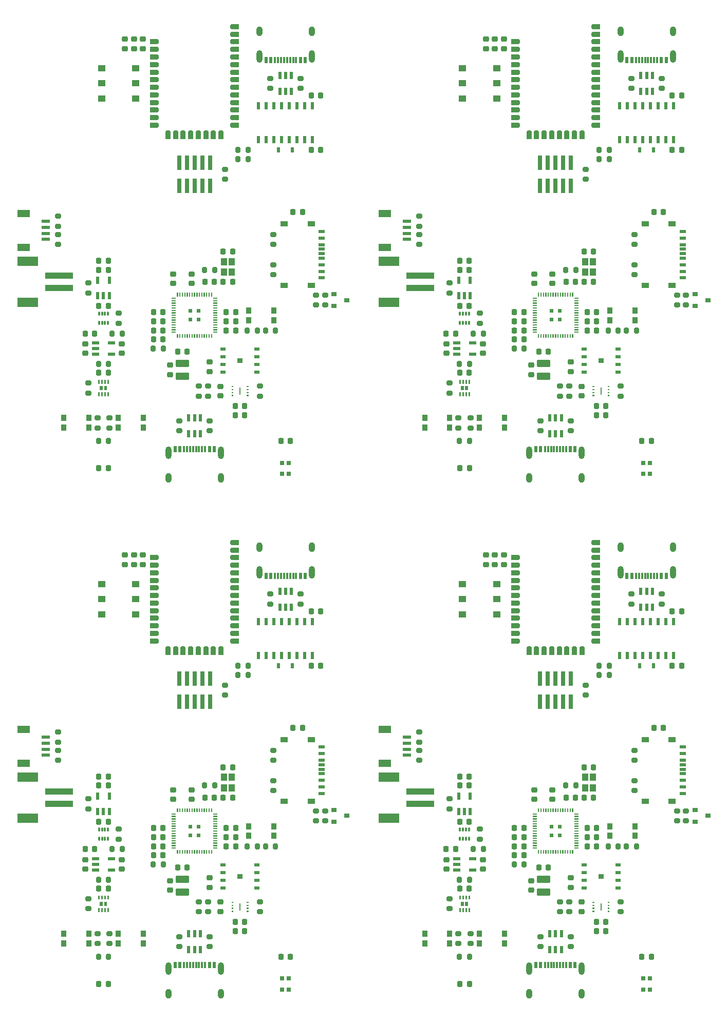
<source format=gtp>
%TF.GenerationSoftware,KiCad,Pcbnew,8.0.5*%
%TF.CreationDate,2024-11-04T11:07:50-07:00*%
%TF.ProjectId,SparkFun_IoT_Node_LoRaWAN_panelized,53706172-6b46-4756-9e5f-496f545f4e6f,v10*%
%TF.SameCoordinates,Original*%
%TF.FileFunction,Paste,Top*%
%TF.FilePolarity,Positive*%
%FSLAX46Y46*%
G04 Gerber Fmt 4.6, Leading zero omitted, Abs format (unit mm)*
G04 Created by KiCad (PCBNEW 8.0.5) date 2024-11-04 11:07:50*
%MOMM*%
%LPD*%
G01*
G04 APERTURE LIST*
G04 Aperture macros list*
%AMRoundRect*
0 Rectangle with rounded corners*
0 $1 Rounding radius*
0 $2 $3 $4 $5 $6 $7 $8 $9 X,Y pos of 4 corners*
0 Add a 4 corners polygon primitive as box body*
4,1,4,$2,$3,$4,$5,$6,$7,$8,$9,$2,$3,0*
0 Add four circle primitives for the rounded corners*
1,1,$1+$1,$2,$3*
1,1,$1+$1,$4,$5*
1,1,$1+$1,$6,$7*
1,1,$1+$1,$8,$9*
0 Add four rect primitives between the rounded corners*
20,1,$1+$1,$2,$3,$4,$5,0*
20,1,$1+$1,$4,$5,$6,$7,0*
20,1,$1+$1,$6,$7,$8,$9,0*
20,1,$1+$1,$8,$9,$2,$3,0*%
%AMFreePoly0*
4,1,14,-0.725000,0.420000,0.305000,0.420000,0.434787,0.399444,0.551870,0.339787,0.644787,0.246870,0.704444,0.129787,0.725000,0.000000,0.704444,-0.129787,0.644787,-0.246870,0.551870,-0.339787,0.434787,-0.399444,0.305000,-0.420000,-0.725000,-0.420000,-0.725000,0.420000,-0.725000,0.420000,$1*%
G04 Aperture macros list end*
%ADD10C,0.000000*%
%ADD11RoundRect,0.225000X0.225000X0.250000X-0.225000X0.250000X-0.225000X-0.250000X0.225000X-0.250000X0*%
%ADD12RoundRect,0.200000X-0.275000X0.200000X-0.275000X-0.200000X0.275000X-0.200000X0.275000X0.200000X0*%
%ADD13RoundRect,0.225000X0.250000X-0.225000X0.250000X0.225000X-0.250000X0.225000X-0.250000X-0.225000X0*%
%ADD14RoundRect,0.225000X-0.225000X-0.250000X0.225000X-0.250000X0.225000X0.250000X-0.225000X0.250000X0*%
%ADD15R,1.200000X0.550000*%
%ADD16RoundRect,0.050000X0.100000X-0.285000X0.100000X0.285000X-0.100000X0.285000X-0.100000X-0.285000X0*%
%ADD17RoundRect,0.200000X-0.200000X-0.275000X0.200000X-0.275000X0.200000X0.275000X-0.200000X0.275000X0*%
%ADD18R,0.550000X1.200000*%
%ADD19RoundRect,0.225000X-0.250000X0.225000X-0.250000X-0.225000X0.250000X-0.225000X0.250000X0.225000X0*%
%ADD20R,1.350000X0.600000*%
%ADD21R,2.000000X1.200000*%
%ADD22RoundRect,0.200000X0.275000X-0.200000X0.275000X0.200000X-0.275000X0.200000X-0.275000X-0.200000X0*%
%ADD23R,0.900000X1.000000*%
%ADD24RoundRect,0.200000X0.200000X0.275000X-0.200000X0.275000X-0.200000X-0.275000X0.200000X-0.275000X0*%
%ADD25R,0.600000X1.200000*%
%ADD26R,1.000000X0.500000*%
%ADD27R,1.200000X0.950000*%
%ADD28RoundRect,0.218750X0.218750X0.256250X-0.218750X0.256250X-0.218750X-0.256250X0.218750X-0.256250X0*%
%ADD29R,0.630000X0.830000*%
%ADD30R,1.000000X1.200000*%
%ADD31R,0.300000X1.000000*%
%ADD32R,0.600000X1.000000*%
%ADD33O,1.000000X1.600000*%
%ADD34O,1.000000X2.100000*%
%ADD35R,0.700000X0.700000*%
%ADD36R,4.600000X1.000000*%
%ADD37R,3.400000X1.600000*%
%ADD38FreePoly0,0.000000*%
%ADD39FreePoly0,90.000000*%
%ADD40FreePoly0,180.000000*%
%ADD41R,0.850000X0.500000*%
%ADD42R,1.150000X1.000000*%
%ADD43R,0.900000X0.800000*%
%ADD44R,0.740000X2.380000*%
%ADD45RoundRect,0.250000X0.850000X-0.375000X0.850000X0.375000X-0.850000X0.375000X-0.850000X-0.375000X0*%
G04 APERTURE END LIST*
D10*
%TO.C,U1*%
G36*
X56400000Y-7300000D02*
G01*
X55750000Y-7300000D01*
X55750000Y-7100000D01*
X56400000Y-7100000D01*
X56400000Y-7300000D01*
G37*
G36*
X56400000Y-7700000D02*
G01*
X55750000Y-7700000D01*
X55750000Y-7500000D01*
X56400000Y-7500000D01*
X56400000Y-7700000D01*
G37*
G36*
X56400000Y-8100000D02*
G01*
X55750000Y-8100000D01*
X55750000Y-7900000D01*
X56400000Y-7900000D01*
X56400000Y-8100000D01*
G37*
G36*
X56400000Y-8500000D02*
G01*
X55750000Y-8500000D01*
X55750000Y-8300000D01*
X56400000Y-8300000D01*
X56400000Y-8500000D01*
G37*
G36*
X56400000Y-8900000D02*
G01*
X55750000Y-8900000D01*
X55750000Y-8700000D01*
X56400000Y-8700000D01*
X56400000Y-8900000D01*
G37*
G36*
X56400000Y-9300000D02*
G01*
X55750000Y-9300000D01*
X55750000Y-9100000D01*
X56400000Y-9100000D01*
X56400000Y-9300000D01*
G37*
G36*
X56400000Y-9700000D02*
G01*
X55750000Y-9700000D01*
X55750000Y-9500000D01*
X56400000Y-9500000D01*
X56400000Y-9700000D01*
G37*
G36*
X56400000Y-10100000D02*
G01*
X55750000Y-10100000D01*
X55750000Y-9900000D01*
X56400000Y-9900000D01*
X56400000Y-10100000D01*
G37*
G36*
X56400000Y-10500000D02*
G01*
X55750000Y-10500000D01*
X55750000Y-10300000D01*
X56400000Y-10300000D01*
X56400000Y-10500000D01*
G37*
G36*
X56400000Y-10900000D02*
G01*
X55750000Y-10900000D01*
X55750000Y-10700000D01*
X56400000Y-10700000D01*
X56400000Y-10900000D01*
G37*
G36*
X56400000Y-11300000D02*
G01*
X55750000Y-11300000D01*
X55750000Y-11100000D01*
X56400000Y-11100000D01*
X56400000Y-11300000D01*
G37*
G36*
X56400000Y-11700000D02*
G01*
X55750000Y-11700000D01*
X55750000Y-11500000D01*
X56400000Y-11500000D01*
X56400000Y-11700000D01*
G37*
G36*
X56400000Y-12100000D02*
G01*
X55750000Y-12100000D01*
X55750000Y-11900000D01*
X56400000Y-11900000D01*
X56400000Y-12100000D01*
G37*
G36*
X56400000Y-12500000D02*
G01*
X55750000Y-12500000D01*
X55750000Y-12300000D01*
X56400000Y-12300000D01*
X56400000Y-12500000D01*
G37*
G36*
X56400000Y-12900000D02*
G01*
X55750000Y-12900000D01*
X55750000Y-12700000D01*
X56400000Y-12700000D01*
X56400000Y-12900000D01*
G37*
G36*
X56800000Y-6900000D02*
G01*
X56600000Y-6900000D01*
X56600000Y-6250000D01*
X56800000Y-6250000D01*
X56800000Y-6900000D01*
G37*
G36*
X56800000Y-13750000D02*
G01*
X56600000Y-13750000D01*
X56600000Y-13100000D01*
X56800000Y-13100000D01*
X56800000Y-13750000D01*
G37*
G36*
X57200000Y-6900000D02*
G01*
X57000000Y-6900000D01*
X57000000Y-6250000D01*
X57200000Y-6250000D01*
X57200000Y-6900000D01*
G37*
G36*
X57200000Y-13750000D02*
G01*
X57000000Y-13750000D01*
X57000000Y-13100000D01*
X57200000Y-13100000D01*
X57200000Y-13750000D01*
G37*
G36*
X57600000Y-6900000D02*
G01*
X57400000Y-6900000D01*
X57400000Y-6250000D01*
X57600000Y-6250000D01*
X57600000Y-6900000D01*
G37*
G36*
X57600000Y-13750000D02*
G01*
X57400000Y-13750000D01*
X57400000Y-13100000D01*
X57600000Y-13100000D01*
X57600000Y-13750000D01*
G37*
G36*
X58000000Y-6900000D02*
G01*
X57800000Y-6900000D01*
X57800000Y-6250000D01*
X58000000Y-6250000D01*
X58000000Y-6900000D01*
G37*
G36*
X58000000Y-13750000D02*
G01*
X57800000Y-13750000D01*
X57800000Y-13100000D01*
X58000000Y-13100000D01*
X58000000Y-13750000D01*
G37*
G36*
X58400000Y-6900000D02*
G01*
X58200000Y-6900000D01*
X58200000Y-6250000D01*
X58400000Y-6250000D01*
X58400000Y-6900000D01*
G37*
G36*
X58400000Y-13750000D02*
G01*
X58200000Y-13750000D01*
X58200000Y-13100000D01*
X58400000Y-13100000D01*
X58400000Y-13750000D01*
G37*
G36*
X58800000Y-6900000D02*
G01*
X58600000Y-6900000D01*
X58600000Y-6250000D01*
X58800000Y-6250000D01*
X58800000Y-6900000D01*
G37*
G36*
X58800000Y-13750000D02*
G01*
X58600000Y-13750000D01*
X58600000Y-13100000D01*
X58800000Y-13100000D01*
X58800000Y-13750000D01*
G37*
G36*
X59200000Y-6900000D02*
G01*
X59000000Y-6900000D01*
X59000000Y-6250000D01*
X59200000Y-6250000D01*
X59200000Y-6900000D01*
G37*
G36*
X59100000Y-9600000D02*
G01*
X58500000Y-9600000D01*
X58500000Y-9000000D01*
X59100000Y-9000000D01*
X59100000Y-9600000D01*
G37*
G36*
X59100000Y-11000000D02*
G01*
X58500000Y-11000000D01*
X58500000Y-10400000D01*
X59100000Y-10400000D01*
X59100000Y-11000000D01*
G37*
G36*
X59200000Y-13750000D02*
G01*
X59000000Y-13750000D01*
X59000000Y-13100000D01*
X59200000Y-13100000D01*
X59200000Y-13750000D01*
G37*
G36*
X59600000Y-6900000D02*
G01*
X59400000Y-6900000D01*
X59400000Y-6250000D01*
X59600000Y-6250000D01*
X59600000Y-6900000D01*
G37*
G36*
X59600000Y-13750000D02*
G01*
X59400000Y-13750000D01*
X59400000Y-13100000D01*
X59600000Y-13100000D01*
X59600000Y-13750000D01*
G37*
G36*
X60000000Y-6900000D02*
G01*
X59800000Y-6900000D01*
X59800000Y-6250000D01*
X60000000Y-6250000D01*
X60000000Y-6900000D01*
G37*
G36*
X60000000Y-13750000D02*
G01*
X59800000Y-13750000D01*
X59800000Y-13100000D01*
X60000000Y-13100000D01*
X60000000Y-13750000D01*
G37*
G36*
X60400000Y-6900000D02*
G01*
X60200000Y-6900000D01*
X60200000Y-6250000D01*
X60400000Y-6250000D01*
X60400000Y-6900000D01*
G37*
G36*
X60400000Y-13750000D02*
G01*
X60200000Y-13750000D01*
X60200000Y-13100000D01*
X60400000Y-13100000D01*
X60400000Y-13750000D01*
G37*
G36*
X60500000Y-9600000D02*
G01*
X59900000Y-9600000D01*
X59900000Y-9000000D01*
X60500000Y-9000000D01*
X60500000Y-9600000D01*
G37*
G36*
X60500000Y-11000000D02*
G01*
X59900000Y-11000000D01*
X59900000Y-10400000D01*
X60500000Y-10400000D01*
X60500000Y-11000000D01*
G37*
G36*
X60800000Y-6900000D02*
G01*
X60600000Y-6900000D01*
X60600000Y-6250000D01*
X60800000Y-6250000D01*
X60800000Y-6900000D01*
G37*
G36*
X60800000Y-13750000D02*
G01*
X60600000Y-13750000D01*
X60600000Y-13100000D01*
X60800000Y-13100000D01*
X60800000Y-13750000D01*
G37*
G36*
X61200000Y-6900000D02*
G01*
X61000000Y-6900000D01*
X61000000Y-6250000D01*
X61200000Y-6250000D01*
X61200000Y-6900000D01*
G37*
G36*
X61200000Y-13750000D02*
G01*
X61000000Y-13750000D01*
X61000000Y-13100000D01*
X61200000Y-13100000D01*
X61200000Y-13750000D01*
G37*
G36*
X61600000Y-6900000D02*
G01*
X61400000Y-6900000D01*
X61400000Y-6250000D01*
X61600000Y-6250000D01*
X61600000Y-6900000D01*
G37*
G36*
X61600000Y-13750000D02*
G01*
X61400000Y-13750000D01*
X61400000Y-13100000D01*
X61600000Y-13100000D01*
X61600000Y-13750000D01*
G37*
G36*
X62000000Y-6900000D02*
G01*
X61800000Y-6900000D01*
X61800000Y-6250000D01*
X62000000Y-6250000D01*
X62000000Y-6900000D01*
G37*
G36*
X62000000Y-13750000D02*
G01*
X61800000Y-13750000D01*
X61800000Y-13100000D01*
X62000000Y-13100000D01*
X62000000Y-13750000D01*
G37*
G36*
X62400000Y-6900000D02*
G01*
X62200000Y-6900000D01*
X62200000Y-6250000D01*
X62400000Y-6250000D01*
X62400000Y-6900000D01*
G37*
G36*
X62400000Y-13750000D02*
G01*
X62200000Y-13750000D01*
X62200000Y-13100000D01*
X62400000Y-13100000D01*
X62400000Y-13750000D01*
G37*
G36*
X63250000Y-7300000D02*
G01*
X62600000Y-7300000D01*
X62600000Y-7100000D01*
X63250000Y-7100000D01*
X63250000Y-7300000D01*
G37*
G36*
X63250000Y-7700000D02*
G01*
X62600000Y-7700000D01*
X62600000Y-7500000D01*
X63250000Y-7500000D01*
X63250000Y-7700000D01*
G37*
G36*
X63250000Y-8100000D02*
G01*
X62600000Y-8100000D01*
X62600000Y-7900000D01*
X63250000Y-7900000D01*
X63250000Y-8100000D01*
G37*
G36*
X63250000Y-8500000D02*
G01*
X62600000Y-8500000D01*
X62600000Y-8300000D01*
X63250000Y-8300000D01*
X63250000Y-8500000D01*
G37*
G36*
X63250000Y-8900000D02*
G01*
X62600000Y-8900000D01*
X62600000Y-8700000D01*
X63250000Y-8700000D01*
X63250000Y-8900000D01*
G37*
G36*
X63250000Y-9300000D02*
G01*
X62600000Y-9300000D01*
X62600000Y-9100000D01*
X63250000Y-9100000D01*
X63250000Y-9300000D01*
G37*
G36*
X63250000Y-9700000D02*
G01*
X62600000Y-9700000D01*
X62600000Y-9500000D01*
X63250000Y-9500000D01*
X63250000Y-9700000D01*
G37*
G36*
X63250000Y-10100000D02*
G01*
X62600000Y-10100000D01*
X62600000Y-9900000D01*
X63250000Y-9900000D01*
X63250000Y-10100000D01*
G37*
G36*
X63250000Y-10500000D02*
G01*
X62600000Y-10500000D01*
X62600000Y-10300000D01*
X63250000Y-10300000D01*
X63250000Y-10500000D01*
G37*
G36*
X63250000Y-10900000D02*
G01*
X62600000Y-10900000D01*
X62600000Y-10700000D01*
X63250000Y-10700000D01*
X63250000Y-10900000D01*
G37*
G36*
X63250000Y-11300000D02*
G01*
X62600000Y-11300000D01*
X62600000Y-11100000D01*
X63250000Y-11100000D01*
X63250000Y-11300000D01*
G37*
G36*
X63250000Y-11700000D02*
G01*
X62600000Y-11700000D01*
X62600000Y-11500000D01*
X63250000Y-11500000D01*
X63250000Y-11700000D01*
G37*
G36*
X63250000Y-12100000D02*
G01*
X62600000Y-12100000D01*
X62600000Y-11900000D01*
X63250000Y-11900000D01*
X63250000Y-12100000D01*
G37*
G36*
X63250000Y-12500000D02*
G01*
X62600000Y-12500000D01*
X62600000Y-12300000D01*
X63250000Y-12300000D01*
X63250000Y-12500000D01*
G37*
G36*
X63250000Y-12900000D02*
G01*
X62600000Y-12900000D01*
X62600000Y-12700000D01*
X63250000Y-12700000D01*
X63250000Y-12900000D01*
G37*
G36*
X-3100000Y77780000D02*
G01*
X-3750000Y77780000D01*
X-3750000Y77980000D01*
X-3100000Y77980000D01*
X-3100000Y77780000D01*
G37*
G36*
X-3100000Y77380000D02*
G01*
X-3750000Y77380000D01*
X-3750000Y77580000D01*
X-3100000Y77580000D01*
X-3100000Y77380000D01*
G37*
G36*
X-3100000Y76980000D02*
G01*
X-3750000Y76980000D01*
X-3750000Y77180000D01*
X-3100000Y77180000D01*
X-3100000Y76980000D01*
G37*
G36*
X-3100000Y76580000D02*
G01*
X-3750000Y76580000D01*
X-3750000Y76780000D01*
X-3100000Y76780000D01*
X-3100000Y76580000D01*
G37*
G36*
X-3100000Y76180000D02*
G01*
X-3750000Y76180000D01*
X-3750000Y76380000D01*
X-3100000Y76380000D01*
X-3100000Y76180000D01*
G37*
G36*
X-3100000Y75780000D02*
G01*
X-3750000Y75780000D01*
X-3750000Y75980000D01*
X-3100000Y75980000D01*
X-3100000Y75780000D01*
G37*
G36*
X-3100000Y75380000D02*
G01*
X-3750000Y75380000D01*
X-3750000Y75580000D01*
X-3100000Y75580000D01*
X-3100000Y75380000D01*
G37*
G36*
X-3100000Y74980000D02*
G01*
X-3750000Y74980000D01*
X-3750000Y75180000D01*
X-3100000Y75180000D01*
X-3100000Y74980000D01*
G37*
G36*
X-3100000Y74580000D02*
G01*
X-3750000Y74580000D01*
X-3750000Y74780000D01*
X-3100000Y74780000D01*
X-3100000Y74580000D01*
G37*
G36*
X-3100000Y74180000D02*
G01*
X-3750000Y74180000D01*
X-3750000Y74380000D01*
X-3100000Y74380000D01*
X-3100000Y74180000D01*
G37*
G36*
X-3100000Y73780000D02*
G01*
X-3750000Y73780000D01*
X-3750000Y73980000D01*
X-3100000Y73980000D01*
X-3100000Y73780000D01*
G37*
G36*
X-3100000Y73380000D02*
G01*
X-3750000Y73380000D01*
X-3750000Y73580000D01*
X-3100000Y73580000D01*
X-3100000Y73380000D01*
G37*
G36*
X-3100000Y72980000D02*
G01*
X-3750000Y72980000D01*
X-3750000Y73180000D01*
X-3100000Y73180000D01*
X-3100000Y72980000D01*
G37*
G36*
X-3100000Y72580000D02*
G01*
X-3750000Y72580000D01*
X-3750000Y72780000D01*
X-3100000Y72780000D01*
X-3100000Y72580000D01*
G37*
G36*
X-3100000Y72180000D02*
G01*
X-3750000Y72180000D01*
X-3750000Y72380000D01*
X-3100000Y72380000D01*
X-3100000Y72180000D01*
G37*
G36*
X-2700000Y78180000D02*
G01*
X-2900000Y78180000D01*
X-2900000Y78830000D01*
X-2700000Y78830000D01*
X-2700000Y78180000D01*
G37*
G36*
X-2700000Y71330000D02*
G01*
X-2900000Y71330000D01*
X-2900000Y71980000D01*
X-2700000Y71980000D01*
X-2700000Y71330000D01*
G37*
G36*
X-2300000Y78180000D02*
G01*
X-2500000Y78180000D01*
X-2500000Y78830000D01*
X-2300000Y78830000D01*
X-2300000Y78180000D01*
G37*
G36*
X-2300000Y71330000D02*
G01*
X-2500000Y71330000D01*
X-2500000Y71980000D01*
X-2300000Y71980000D01*
X-2300000Y71330000D01*
G37*
G36*
X-1900000Y78180000D02*
G01*
X-2100000Y78180000D01*
X-2100000Y78830000D01*
X-1900000Y78830000D01*
X-1900000Y78180000D01*
G37*
G36*
X-1900000Y71330000D02*
G01*
X-2100000Y71330000D01*
X-2100000Y71980000D01*
X-1900000Y71980000D01*
X-1900000Y71330000D01*
G37*
G36*
X-1500000Y78180000D02*
G01*
X-1700000Y78180000D01*
X-1700000Y78830000D01*
X-1500000Y78830000D01*
X-1500000Y78180000D01*
G37*
G36*
X-1500000Y71330000D02*
G01*
X-1700000Y71330000D01*
X-1700000Y71980000D01*
X-1500000Y71980000D01*
X-1500000Y71330000D01*
G37*
G36*
X-1100000Y78180000D02*
G01*
X-1300000Y78180000D01*
X-1300000Y78830000D01*
X-1100000Y78830000D01*
X-1100000Y78180000D01*
G37*
G36*
X-1100000Y71330000D02*
G01*
X-1300000Y71330000D01*
X-1300000Y71980000D01*
X-1100000Y71980000D01*
X-1100000Y71330000D01*
G37*
G36*
X-700000Y78180000D02*
G01*
X-900000Y78180000D01*
X-900000Y78830000D01*
X-700000Y78830000D01*
X-700000Y78180000D01*
G37*
G36*
X-700000Y71330000D02*
G01*
X-900000Y71330000D01*
X-900000Y71980000D01*
X-700000Y71980000D01*
X-700000Y71330000D01*
G37*
G36*
X-300000Y78180000D02*
G01*
X-500000Y78180000D01*
X-500000Y78830000D01*
X-300000Y78830000D01*
X-300000Y78180000D01*
G37*
G36*
X-400000Y75480000D02*
G01*
X-1000000Y75480000D01*
X-1000000Y76080000D01*
X-400000Y76080000D01*
X-400000Y75480000D01*
G37*
G36*
X-400000Y74080000D02*
G01*
X-1000000Y74080000D01*
X-1000000Y74680000D01*
X-400000Y74680000D01*
X-400000Y74080000D01*
G37*
G36*
X-300000Y71330000D02*
G01*
X-500000Y71330000D01*
X-500000Y71980000D01*
X-300000Y71980000D01*
X-300000Y71330000D01*
G37*
G36*
X100000Y78180000D02*
G01*
X-100000Y78180000D01*
X-100000Y78830000D01*
X100000Y78830000D01*
X100000Y78180000D01*
G37*
G36*
X100000Y71330000D02*
G01*
X-100000Y71330000D01*
X-100000Y71980000D01*
X100000Y71980000D01*
X100000Y71330000D01*
G37*
G36*
X500000Y78180000D02*
G01*
X300000Y78180000D01*
X300000Y78830000D01*
X500000Y78830000D01*
X500000Y78180000D01*
G37*
G36*
X500000Y71330000D02*
G01*
X300000Y71330000D01*
X300000Y71980000D01*
X500000Y71980000D01*
X500000Y71330000D01*
G37*
G36*
X900000Y78180000D02*
G01*
X700000Y78180000D01*
X700000Y78830000D01*
X900000Y78830000D01*
X900000Y78180000D01*
G37*
G36*
X900000Y71330000D02*
G01*
X700000Y71330000D01*
X700000Y71980000D01*
X900000Y71980000D01*
X900000Y71330000D01*
G37*
G36*
X1000000Y75480000D02*
G01*
X400000Y75480000D01*
X400000Y76080000D01*
X1000000Y76080000D01*
X1000000Y75480000D01*
G37*
G36*
X1000000Y74080000D02*
G01*
X400000Y74080000D01*
X400000Y74680000D01*
X1000000Y74680000D01*
X1000000Y74080000D01*
G37*
G36*
X1300000Y78180000D02*
G01*
X1100000Y78180000D01*
X1100000Y78830000D01*
X1300000Y78830000D01*
X1300000Y78180000D01*
G37*
G36*
X1300000Y71330000D02*
G01*
X1100000Y71330000D01*
X1100000Y71980000D01*
X1300000Y71980000D01*
X1300000Y71330000D01*
G37*
G36*
X1700000Y78180000D02*
G01*
X1500000Y78180000D01*
X1500000Y78830000D01*
X1700000Y78830000D01*
X1700000Y78180000D01*
G37*
G36*
X1700000Y71330000D02*
G01*
X1500000Y71330000D01*
X1500000Y71980000D01*
X1700000Y71980000D01*
X1700000Y71330000D01*
G37*
G36*
X2100000Y78180000D02*
G01*
X1900000Y78180000D01*
X1900000Y78830000D01*
X2100000Y78830000D01*
X2100000Y78180000D01*
G37*
G36*
X2100000Y71330000D02*
G01*
X1900000Y71330000D01*
X1900000Y71980000D01*
X2100000Y71980000D01*
X2100000Y71330000D01*
G37*
G36*
X2500000Y78180000D02*
G01*
X2300000Y78180000D01*
X2300000Y78830000D01*
X2500000Y78830000D01*
X2500000Y78180000D01*
G37*
G36*
X2500000Y71330000D02*
G01*
X2300000Y71330000D01*
X2300000Y71980000D01*
X2500000Y71980000D01*
X2500000Y71330000D01*
G37*
G36*
X2900000Y78180000D02*
G01*
X2700000Y78180000D01*
X2700000Y78830000D01*
X2900000Y78830000D01*
X2900000Y78180000D01*
G37*
G36*
X2900000Y71330000D02*
G01*
X2700000Y71330000D01*
X2700000Y71980000D01*
X2900000Y71980000D01*
X2900000Y71330000D01*
G37*
G36*
X3750000Y77780000D02*
G01*
X3100000Y77780000D01*
X3100000Y77980000D01*
X3750000Y77980000D01*
X3750000Y77780000D01*
G37*
G36*
X3750000Y77380000D02*
G01*
X3100000Y77380000D01*
X3100000Y77580000D01*
X3750000Y77580000D01*
X3750000Y77380000D01*
G37*
G36*
X3750000Y76980000D02*
G01*
X3100000Y76980000D01*
X3100000Y77180000D01*
X3750000Y77180000D01*
X3750000Y76980000D01*
G37*
G36*
X3750000Y76580000D02*
G01*
X3100000Y76580000D01*
X3100000Y76780000D01*
X3750000Y76780000D01*
X3750000Y76580000D01*
G37*
G36*
X3750000Y76180000D02*
G01*
X3100000Y76180000D01*
X3100000Y76380000D01*
X3750000Y76380000D01*
X3750000Y76180000D01*
G37*
G36*
X3750000Y75780000D02*
G01*
X3100000Y75780000D01*
X3100000Y75980000D01*
X3750000Y75980000D01*
X3750000Y75780000D01*
G37*
G36*
X3750000Y75380000D02*
G01*
X3100000Y75380000D01*
X3100000Y75580000D01*
X3750000Y75580000D01*
X3750000Y75380000D01*
G37*
G36*
X3750000Y74980000D02*
G01*
X3100000Y74980000D01*
X3100000Y75180000D01*
X3750000Y75180000D01*
X3750000Y74980000D01*
G37*
G36*
X3750000Y74580000D02*
G01*
X3100000Y74580000D01*
X3100000Y74780000D01*
X3750000Y74780000D01*
X3750000Y74580000D01*
G37*
G36*
X3750000Y74180000D02*
G01*
X3100000Y74180000D01*
X3100000Y74380000D01*
X3750000Y74380000D01*
X3750000Y74180000D01*
G37*
G36*
X3750000Y73780000D02*
G01*
X3100000Y73780000D01*
X3100000Y73980000D01*
X3750000Y73980000D01*
X3750000Y73780000D01*
G37*
G36*
X3750000Y73380000D02*
G01*
X3100000Y73380000D01*
X3100000Y73580000D01*
X3750000Y73580000D01*
X3750000Y73380000D01*
G37*
G36*
X3750000Y72980000D02*
G01*
X3100000Y72980000D01*
X3100000Y73180000D01*
X3750000Y73180000D01*
X3750000Y72980000D01*
G37*
G36*
X3750000Y72580000D02*
G01*
X3100000Y72580000D01*
X3100000Y72780000D01*
X3750000Y72780000D01*
X3750000Y72580000D01*
G37*
G36*
X3750000Y72180000D02*
G01*
X3100000Y72180000D01*
X3100000Y72380000D01*
X3750000Y72380000D01*
X3750000Y72180000D01*
G37*
G36*
X56400000Y77780000D02*
G01*
X55750000Y77780000D01*
X55750000Y77980000D01*
X56400000Y77980000D01*
X56400000Y77780000D01*
G37*
G36*
X56400000Y77380000D02*
G01*
X55750000Y77380000D01*
X55750000Y77580000D01*
X56400000Y77580000D01*
X56400000Y77380000D01*
G37*
G36*
X56400000Y76980000D02*
G01*
X55750000Y76980000D01*
X55750000Y77180000D01*
X56400000Y77180000D01*
X56400000Y76980000D01*
G37*
G36*
X56400000Y76580000D02*
G01*
X55750000Y76580000D01*
X55750000Y76780000D01*
X56400000Y76780000D01*
X56400000Y76580000D01*
G37*
G36*
X56400000Y76180000D02*
G01*
X55750000Y76180000D01*
X55750000Y76380000D01*
X56400000Y76380000D01*
X56400000Y76180000D01*
G37*
G36*
X56400000Y75780000D02*
G01*
X55750000Y75780000D01*
X55750000Y75980000D01*
X56400000Y75980000D01*
X56400000Y75780000D01*
G37*
G36*
X56400000Y75380000D02*
G01*
X55750000Y75380000D01*
X55750000Y75580000D01*
X56400000Y75580000D01*
X56400000Y75380000D01*
G37*
G36*
X56400000Y74980000D02*
G01*
X55750000Y74980000D01*
X55750000Y75180000D01*
X56400000Y75180000D01*
X56400000Y74980000D01*
G37*
G36*
X56400000Y74580000D02*
G01*
X55750000Y74580000D01*
X55750000Y74780000D01*
X56400000Y74780000D01*
X56400000Y74580000D01*
G37*
G36*
X56400000Y74180000D02*
G01*
X55750000Y74180000D01*
X55750000Y74380000D01*
X56400000Y74380000D01*
X56400000Y74180000D01*
G37*
G36*
X56400000Y73780000D02*
G01*
X55750000Y73780000D01*
X55750000Y73980000D01*
X56400000Y73980000D01*
X56400000Y73780000D01*
G37*
G36*
X56400000Y73380000D02*
G01*
X55750000Y73380000D01*
X55750000Y73580000D01*
X56400000Y73580000D01*
X56400000Y73380000D01*
G37*
G36*
X56400000Y72980000D02*
G01*
X55750000Y72980000D01*
X55750000Y73180000D01*
X56400000Y73180000D01*
X56400000Y72980000D01*
G37*
G36*
X56400000Y72580000D02*
G01*
X55750000Y72580000D01*
X55750000Y72780000D01*
X56400000Y72780000D01*
X56400000Y72580000D01*
G37*
G36*
X56400000Y72180000D02*
G01*
X55750000Y72180000D01*
X55750000Y72380000D01*
X56400000Y72380000D01*
X56400000Y72180000D01*
G37*
G36*
X56800000Y78180000D02*
G01*
X56600000Y78180000D01*
X56600000Y78830000D01*
X56800000Y78830000D01*
X56800000Y78180000D01*
G37*
G36*
X56800000Y71330000D02*
G01*
X56600000Y71330000D01*
X56600000Y71980000D01*
X56800000Y71980000D01*
X56800000Y71330000D01*
G37*
G36*
X57200000Y78180000D02*
G01*
X57000000Y78180000D01*
X57000000Y78830000D01*
X57200000Y78830000D01*
X57200000Y78180000D01*
G37*
G36*
X57200000Y71330000D02*
G01*
X57000000Y71330000D01*
X57000000Y71980000D01*
X57200000Y71980000D01*
X57200000Y71330000D01*
G37*
G36*
X57600000Y78180000D02*
G01*
X57400000Y78180000D01*
X57400000Y78830000D01*
X57600000Y78830000D01*
X57600000Y78180000D01*
G37*
G36*
X57600000Y71330000D02*
G01*
X57400000Y71330000D01*
X57400000Y71980000D01*
X57600000Y71980000D01*
X57600000Y71330000D01*
G37*
G36*
X58000000Y78180000D02*
G01*
X57800000Y78180000D01*
X57800000Y78830000D01*
X58000000Y78830000D01*
X58000000Y78180000D01*
G37*
G36*
X58000000Y71330000D02*
G01*
X57800000Y71330000D01*
X57800000Y71980000D01*
X58000000Y71980000D01*
X58000000Y71330000D01*
G37*
G36*
X58400000Y78180000D02*
G01*
X58200000Y78180000D01*
X58200000Y78830000D01*
X58400000Y78830000D01*
X58400000Y78180000D01*
G37*
G36*
X58400000Y71330000D02*
G01*
X58200000Y71330000D01*
X58200000Y71980000D01*
X58400000Y71980000D01*
X58400000Y71330000D01*
G37*
G36*
X58800000Y78180000D02*
G01*
X58600000Y78180000D01*
X58600000Y78830000D01*
X58800000Y78830000D01*
X58800000Y78180000D01*
G37*
G36*
X58800000Y71330000D02*
G01*
X58600000Y71330000D01*
X58600000Y71980000D01*
X58800000Y71980000D01*
X58800000Y71330000D01*
G37*
G36*
X59200000Y78180000D02*
G01*
X59000000Y78180000D01*
X59000000Y78830000D01*
X59200000Y78830000D01*
X59200000Y78180000D01*
G37*
G36*
X59100000Y75480000D02*
G01*
X58500000Y75480000D01*
X58500000Y76080000D01*
X59100000Y76080000D01*
X59100000Y75480000D01*
G37*
G36*
X59100000Y74080000D02*
G01*
X58500000Y74080000D01*
X58500000Y74680000D01*
X59100000Y74680000D01*
X59100000Y74080000D01*
G37*
G36*
X59200000Y71330000D02*
G01*
X59000000Y71330000D01*
X59000000Y71980000D01*
X59200000Y71980000D01*
X59200000Y71330000D01*
G37*
G36*
X59600000Y78180000D02*
G01*
X59400000Y78180000D01*
X59400000Y78830000D01*
X59600000Y78830000D01*
X59600000Y78180000D01*
G37*
G36*
X59600000Y71330000D02*
G01*
X59400000Y71330000D01*
X59400000Y71980000D01*
X59600000Y71980000D01*
X59600000Y71330000D01*
G37*
G36*
X60000000Y78180000D02*
G01*
X59800000Y78180000D01*
X59800000Y78830000D01*
X60000000Y78830000D01*
X60000000Y78180000D01*
G37*
G36*
X60000000Y71330000D02*
G01*
X59800000Y71330000D01*
X59800000Y71980000D01*
X60000000Y71980000D01*
X60000000Y71330000D01*
G37*
G36*
X60400000Y78180000D02*
G01*
X60200000Y78180000D01*
X60200000Y78830000D01*
X60400000Y78830000D01*
X60400000Y78180000D01*
G37*
G36*
X60400000Y71330000D02*
G01*
X60200000Y71330000D01*
X60200000Y71980000D01*
X60400000Y71980000D01*
X60400000Y71330000D01*
G37*
G36*
X60500000Y75480000D02*
G01*
X59900000Y75480000D01*
X59900000Y76080000D01*
X60500000Y76080000D01*
X60500000Y75480000D01*
G37*
G36*
X60500000Y74080000D02*
G01*
X59900000Y74080000D01*
X59900000Y74680000D01*
X60500000Y74680000D01*
X60500000Y74080000D01*
G37*
G36*
X60800000Y78180000D02*
G01*
X60600000Y78180000D01*
X60600000Y78830000D01*
X60800000Y78830000D01*
X60800000Y78180000D01*
G37*
G36*
X60800000Y71330000D02*
G01*
X60600000Y71330000D01*
X60600000Y71980000D01*
X60800000Y71980000D01*
X60800000Y71330000D01*
G37*
G36*
X61200000Y78180000D02*
G01*
X61000000Y78180000D01*
X61000000Y78830000D01*
X61200000Y78830000D01*
X61200000Y78180000D01*
G37*
G36*
X61200000Y71330000D02*
G01*
X61000000Y71330000D01*
X61000000Y71980000D01*
X61200000Y71980000D01*
X61200000Y71330000D01*
G37*
G36*
X61600000Y78180000D02*
G01*
X61400000Y78180000D01*
X61400000Y78830000D01*
X61600000Y78830000D01*
X61600000Y78180000D01*
G37*
G36*
X61600000Y71330000D02*
G01*
X61400000Y71330000D01*
X61400000Y71980000D01*
X61600000Y71980000D01*
X61600000Y71330000D01*
G37*
G36*
X62000000Y78180000D02*
G01*
X61800000Y78180000D01*
X61800000Y78830000D01*
X62000000Y78830000D01*
X62000000Y78180000D01*
G37*
G36*
X62000000Y71330000D02*
G01*
X61800000Y71330000D01*
X61800000Y71980000D01*
X62000000Y71980000D01*
X62000000Y71330000D01*
G37*
G36*
X62400000Y78180000D02*
G01*
X62200000Y78180000D01*
X62200000Y78830000D01*
X62400000Y78830000D01*
X62400000Y78180000D01*
G37*
G36*
X62400000Y71330000D02*
G01*
X62200000Y71330000D01*
X62200000Y71980000D01*
X62400000Y71980000D01*
X62400000Y71330000D01*
G37*
G36*
X63250000Y77780000D02*
G01*
X62600000Y77780000D01*
X62600000Y77980000D01*
X63250000Y77980000D01*
X63250000Y77780000D01*
G37*
G36*
X63250000Y77380000D02*
G01*
X62600000Y77380000D01*
X62600000Y77580000D01*
X63250000Y77580000D01*
X63250000Y77380000D01*
G37*
G36*
X63250000Y76980000D02*
G01*
X62600000Y76980000D01*
X62600000Y77180000D01*
X63250000Y77180000D01*
X63250000Y76980000D01*
G37*
G36*
X63250000Y76580000D02*
G01*
X62600000Y76580000D01*
X62600000Y76780000D01*
X63250000Y76780000D01*
X63250000Y76580000D01*
G37*
G36*
X63250000Y76180000D02*
G01*
X62600000Y76180000D01*
X62600000Y76380000D01*
X63250000Y76380000D01*
X63250000Y76180000D01*
G37*
G36*
X63250000Y75780000D02*
G01*
X62600000Y75780000D01*
X62600000Y75980000D01*
X63250000Y75980000D01*
X63250000Y75780000D01*
G37*
G36*
X63250000Y75380000D02*
G01*
X62600000Y75380000D01*
X62600000Y75580000D01*
X63250000Y75580000D01*
X63250000Y75380000D01*
G37*
G36*
X63250000Y74980000D02*
G01*
X62600000Y74980000D01*
X62600000Y75180000D01*
X63250000Y75180000D01*
X63250000Y74980000D01*
G37*
G36*
X63250000Y74580000D02*
G01*
X62600000Y74580000D01*
X62600000Y74780000D01*
X63250000Y74780000D01*
X63250000Y74580000D01*
G37*
G36*
X63250000Y74180000D02*
G01*
X62600000Y74180000D01*
X62600000Y74380000D01*
X63250000Y74380000D01*
X63250000Y74180000D01*
G37*
G36*
X63250000Y73780000D02*
G01*
X62600000Y73780000D01*
X62600000Y73980000D01*
X63250000Y73980000D01*
X63250000Y73780000D01*
G37*
G36*
X63250000Y73380000D02*
G01*
X62600000Y73380000D01*
X62600000Y73580000D01*
X63250000Y73580000D01*
X63250000Y73380000D01*
G37*
G36*
X63250000Y72980000D02*
G01*
X62600000Y72980000D01*
X62600000Y73180000D01*
X63250000Y73180000D01*
X63250000Y72980000D01*
G37*
G36*
X63250000Y72580000D02*
G01*
X62600000Y72580000D01*
X62600000Y72780000D01*
X63250000Y72780000D01*
X63250000Y72580000D01*
G37*
G36*
X63250000Y72180000D02*
G01*
X62600000Y72180000D01*
X62600000Y72380000D01*
X63250000Y72380000D01*
X63250000Y72180000D01*
G37*
G36*
X-3100000Y-7300000D02*
G01*
X-3750000Y-7300000D01*
X-3750000Y-7100000D01*
X-3100000Y-7100000D01*
X-3100000Y-7300000D01*
G37*
G36*
X-3100000Y-7700000D02*
G01*
X-3750000Y-7700000D01*
X-3750000Y-7500000D01*
X-3100000Y-7500000D01*
X-3100000Y-7700000D01*
G37*
G36*
X-3100000Y-8100000D02*
G01*
X-3750000Y-8100000D01*
X-3750000Y-7900000D01*
X-3100000Y-7900000D01*
X-3100000Y-8100000D01*
G37*
G36*
X-3100000Y-8500000D02*
G01*
X-3750000Y-8500000D01*
X-3750000Y-8300000D01*
X-3100000Y-8300000D01*
X-3100000Y-8500000D01*
G37*
G36*
X-3100000Y-8900000D02*
G01*
X-3750000Y-8900000D01*
X-3750000Y-8700000D01*
X-3100000Y-8700000D01*
X-3100000Y-8900000D01*
G37*
G36*
X-3100000Y-9300000D02*
G01*
X-3750000Y-9300000D01*
X-3750000Y-9100000D01*
X-3100000Y-9100000D01*
X-3100000Y-9300000D01*
G37*
G36*
X-3100000Y-9700000D02*
G01*
X-3750000Y-9700000D01*
X-3750000Y-9500000D01*
X-3100000Y-9500000D01*
X-3100000Y-9700000D01*
G37*
G36*
X-3100000Y-10100000D02*
G01*
X-3750000Y-10100000D01*
X-3750000Y-9900000D01*
X-3100000Y-9900000D01*
X-3100000Y-10100000D01*
G37*
G36*
X-3100000Y-10500000D02*
G01*
X-3750000Y-10500000D01*
X-3750000Y-10300000D01*
X-3100000Y-10300000D01*
X-3100000Y-10500000D01*
G37*
G36*
X-3100000Y-10900000D02*
G01*
X-3750000Y-10900000D01*
X-3750000Y-10700000D01*
X-3100000Y-10700000D01*
X-3100000Y-10900000D01*
G37*
G36*
X-3100000Y-11300000D02*
G01*
X-3750000Y-11300000D01*
X-3750000Y-11100000D01*
X-3100000Y-11100000D01*
X-3100000Y-11300000D01*
G37*
G36*
X-3100000Y-11700000D02*
G01*
X-3750000Y-11700000D01*
X-3750000Y-11500000D01*
X-3100000Y-11500000D01*
X-3100000Y-11700000D01*
G37*
G36*
X-3100000Y-12100000D02*
G01*
X-3750000Y-12100000D01*
X-3750000Y-11900000D01*
X-3100000Y-11900000D01*
X-3100000Y-12100000D01*
G37*
G36*
X-3100000Y-12500000D02*
G01*
X-3750000Y-12500000D01*
X-3750000Y-12300000D01*
X-3100000Y-12300000D01*
X-3100000Y-12500000D01*
G37*
G36*
X-3100000Y-12900000D02*
G01*
X-3750000Y-12900000D01*
X-3750000Y-12700000D01*
X-3100000Y-12700000D01*
X-3100000Y-12900000D01*
G37*
G36*
X-2700000Y-6900000D02*
G01*
X-2900000Y-6900000D01*
X-2900000Y-6250000D01*
X-2700000Y-6250000D01*
X-2700000Y-6900000D01*
G37*
G36*
X-2700000Y-13750000D02*
G01*
X-2900000Y-13750000D01*
X-2900000Y-13100000D01*
X-2700000Y-13100000D01*
X-2700000Y-13750000D01*
G37*
G36*
X-2300000Y-6900000D02*
G01*
X-2500000Y-6900000D01*
X-2500000Y-6250000D01*
X-2300000Y-6250000D01*
X-2300000Y-6900000D01*
G37*
G36*
X-2300000Y-13750000D02*
G01*
X-2500000Y-13750000D01*
X-2500000Y-13100000D01*
X-2300000Y-13100000D01*
X-2300000Y-13750000D01*
G37*
G36*
X-1900000Y-6900000D02*
G01*
X-2100000Y-6900000D01*
X-2100000Y-6250000D01*
X-1900000Y-6250000D01*
X-1900000Y-6900000D01*
G37*
G36*
X-1900000Y-13750000D02*
G01*
X-2100000Y-13750000D01*
X-2100000Y-13100000D01*
X-1900000Y-13100000D01*
X-1900000Y-13750000D01*
G37*
G36*
X-1500000Y-6900000D02*
G01*
X-1700000Y-6900000D01*
X-1700000Y-6250000D01*
X-1500000Y-6250000D01*
X-1500000Y-6900000D01*
G37*
G36*
X-1500000Y-13750000D02*
G01*
X-1700000Y-13750000D01*
X-1700000Y-13100000D01*
X-1500000Y-13100000D01*
X-1500000Y-13750000D01*
G37*
G36*
X-1100000Y-6900000D02*
G01*
X-1300000Y-6900000D01*
X-1300000Y-6250000D01*
X-1100000Y-6250000D01*
X-1100000Y-6900000D01*
G37*
G36*
X-1100000Y-13750000D02*
G01*
X-1300000Y-13750000D01*
X-1300000Y-13100000D01*
X-1100000Y-13100000D01*
X-1100000Y-13750000D01*
G37*
G36*
X-700000Y-6900000D02*
G01*
X-900000Y-6900000D01*
X-900000Y-6250000D01*
X-700000Y-6250000D01*
X-700000Y-6900000D01*
G37*
G36*
X-700000Y-13750000D02*
G01*
X-900000Y-13750000D01*
X-900000Y-13100000D01*
X-700000Y-13100000D01*
X-700000Y-13750000D01*
G37*
G36*
X-300000Y-6900000D02*
G01*
X-500000Y-6900000D01*
X-500000Y-6250000D01*
X-300000Y-6250000D01*
X-300000Y-6900000D01*
G37*
G36*
X-400000Y-9600000D02*
G01*
X-1000000Y-9600000D01*
X-1000000Y-9000000D01*
X-400000Y-9000000D01*
X-400000Y-9600000D01*
G37*
G36*
X-400000Y-11000000D02*
G01*
X-1000000Y-11000000D01*
X-1000000Y-10400000D01*
X-400000Y-10400000D01*
X-400000Y-11000000D01*
G37*
G36*
X-300000Y-13750000D02*
G01*
X-500000Y-13750000D01*
X-500000Y-13100000D01*
X-300000Y-13100000D01*
X-300000Y-13750000D01*
G37*
G36*
X100000Y-6900000D02*
G01*
X-100000Y-6900000D01*
X-100000Y-6250000D01*
X100000Y-6250000D01*
X100000Y-6900000D01*
G37*
G36*
X100000Y-13750000D02*
G01*
X-100000Y-13750000D01*
X-100000Y-13100000D01*
X100000Y-13100000D01*
X100000Y-13750000D01*
G37*
G36*
X500000Y-6900000D02*
G01*
X300000Y-6900000D01*
X300000Y-6250000D01*
X500000Y-6250000D01*
X500000Y-6900000D01*
G37*
G36*
X500000Y-13750000D02*
G01*
X300000Y-13750000D01*
X300000Y-13100000D01*
X500000Y-13100000D01*
X500000Y-13750000D01*
G37*
G36*
X900000Y-6900000D02*
G01*
X700000Y-6900000D01*
X700000Y-6250000D01*
X900000Y-6250000D01*
X900000Y-6900000D01*
G37*
G36*
X900000Y-13750000D02*
G01*
X700000Y-13750000D01*
X700000Y-13100000D01*
X900000Y-13100000D01*
X900000Y-13750000D01*
G37*
G36*
X1000000Y-9600000D02*
G01*
X400000Y-9600000D01*
X400000Y-9000000D01*
X1000000Y-9000000D01*
X1000000Y-9600000D01*
G37*
G36*
X1000000Y-11000000D02*
G01*
X400000Y-11000000D01*
X400000Y-10400000D01*
X1000000Y-10400000D01*
X1000000Y-11000000D01*
G37*
G36*
X1300000Y-6900000D02*
G01*
X1100000Y-6900000D01*
X1100000Y-6250000D01*
X1300000Y-6250000D01*
X1300000Y-6900000D01*
G37*
G36*
X1300000Y-13750000D02*
G01*
X1100000Y-13750000D01*
X1100000Y-13100000D01*
X1300000Y-13100000D01*
X1300000Y-13750000D01*
G37*
G36*
X1700000Y-6900000D02*
G01*
X1500000Y-6900000D01*
X1500000Y-6250000D01*
X1700000Y-6250000D01*
X1700000Y-6900000D01*
G37*
G36*
X1700000Y-13750000D02*
G01*
X1500000Y-13750000D01*
X1500000Y-13100000D01*
X1700000Y-13100000D01*
X1700000Y-13750000D01*
G37*
G36*
X2100000Y-6900000D02*
G01*
X1900000Y-6900000D01*
X1900000Y-6250000D01*
X2100000Y-6250000D01*
X2100000Y-6900000D01*
G37*
G36*
X2100000Y-13750000D02*
G01*
X1900000Y-13750000D01*
X1900000Y-13100000D01*
X2100000Y-13100000D01*
X2100000Y-13750000D01*
G37*
G36*
X2500000Y-6900000D02*
G01*
X2300000Y-6900000D01*
X2300000Y-6250000D01*
X2500000Y-6250000D01*
X2500000Y-6900000D01*
G37*
G36*
X2500000Y-13750000D02*
G01*
X2300000Y-13750000D01*
X2300000Y-13100000D01*
X2500000Y-13100000D01*
X2500000Y-13750000D01*
G37*
G36*
X2900000Y-6900000D02*
G01*
X2700000Y-6900000D01*
X2700000Y-6250000D01*
X2900000Y-6250000D01*
X2900000Y-6900000D01*
G37*
G36*
X2900000Y-13750000D02*
G01*
X2700000Y-13750000D01*
X2700000Y-13100000D01*
X2900000Y-13100000D01*
X2900000Y-13750000D01*
G37*
G36*
X3750000Y-7300000D02*
G01*
X3100000Y-7300000D01*
X3100000Y-7100000D01*
X3750000Y-7100000D01*
X3750000Y-7300000D01*
G37*
G36*
X3750000Y-7700000D02*
G01*
X3100000Y-7700000D01*
X3100000Y-7500000D01*
X3750000Y-7500000D01*
X3750000Y-7700000D01*
G37*
G36*
X3750000Y-8100000D02*
G01*
X3100000Y-8100000D01*
X3100000Y-7900000D01*
X3750000Y-7900000D01*
X3750000Y-8100000D01*
G37*
G36*
X3750000Y-8500000D02*
G01*
X3100000Y-8500000D01*
X3100000Y-8300000D01*
X3750000Y-8300000D01*
X3750000Y-8500000D01*
G37*
G36*
X3750000Y-8900000D02*
G01*
X3100000Y-8900000D01*
X3100000Y-8700000D01*
X3750000Y-8700000D01*
X3750000Y-8900000D01*
G37*
G36*
X3750000Y-9300000D02*
G01*
X3100000Y-9300000D01*
X3100000Y-9100000D01*
X3750000Y-9100000D01*
X3750000Y-9300000D01*
G37*
G36*
X3750000Y-9700000D02*
G01*
X3100000Y-9700000D01*
X3100000Y-9500000D01*
X3750000Y-9500000D01*
X3750000Y-9700000D01*
G37*
G36*
X3750000Y-10100000D02*
G01*
X3100000Y-10100000D01*
X3100000Y-9900000D01*
X3750000Y-9900000D01*
X3750000Y-10100000D01*
G37*
G36*
X3750000Y-10500000D02*
G01*
X3100000Y-10500000D01*
X3100000Y-10300000D01*
X3750000Y-10300000D01*
X3750000Y-10500000D01*
G37*
G36*
X3750000Y-10900000D02*
G01*
X3100000Y-10900000D01*
X3100000Y-10700000D01*
X3750000Y-10700000D01*
X3750000Y-10900000D01*
G37*
G36*
X3750000Y-11300000D02*
G01*
X3100000Y-11300000D01*
X3100000Y-11100000D01*
X3750000Y-11100000D01*
X3750000Y-11300000D01*
G37*
G36*
X3750000Y-11700000D02*
G01*
X3100000Y-11700000D01*
X3100000Y-11500000D01*
X3750000Y-11500000D01*
X3750000Y-11700000D01*
G37*
G36*
X3750000Y-12100000D02*
G01*
X3100000Y-12100000D01*
X3100000Y-11900000D01*
X3750000Y-11900000D01*
X3750000Y-12100000D01*
G37*
G36*
X3750000Y-12500000D02*
G01*
X3100000Y-12500000D01*
X3100000Y-12300000D01*
X3750000Y-12300000D01*
X3750000Y-12500000D01*
G37*
G36*
X3750000Y-12900000D02*
G01*
X3100000Y-12900000D01*
X3100000Y-12700000D01*
X3750000Y-12700000D01*
X3750000Y-12900000D01*
G37*
%TO.C,U3*%
G36*
X65900000Y-21850000D02*
G01*
X65600000Y-21850000D01*
X65600000Y-21650000D01*
X65900000Y-21650000D01*
X65900000Y-21850000D01*
G37*
G36*
X65900000Y-22350000D02*
G01*
X65600000Y-22350000D01*
X65600000Y-22150000D01*
X65900000Y-22150000D01*
X65900000Y-22350000D01*
G37*
G36*
X65900000Y-22850000D02*
G01*
X65600000Y-22850000D01*
X65600000Y-22650000D01*
X65900000Y-22650000D01*
X65900000Y-22850000D01*
G37*
G36*
X65900000Y-23350000D02*
G01*
X65600000Y-23350000D01*
X65600000Y-23150000D01*
X65900000Y-23150000D01*
X65900000Y-23350000D01*
G37*
G36*
X67100000Y-23100000D02*
G01*
X66900000Y-23100000D01*
X66900000Y-21900000D01*
X67100000Y-21900000D01*
X67100000Y-23100000D01*
G37*
G36*
X68400000Y-21850000D02*
G01*
X68100000Y-21850000D01*
X68100000Y-21650000D01*
X68400000Y-21650000D01*
X68400000Y-21850000D01*
G37*
G36*
X68400000Y-22350000D02*
G01*
X68100000Y-22350000D01*
X68100000Y-22150000D01*
X68400000Y-22150000D01*
X68400000Y-22350000D01*
G37*
G36*
X68400000Y-22850000D02*
G01*
X68100000Y-22850000D01*
X68100000Y-22650000D01*
X68400000Y-22650000D01*
X68400000Y-22850000D01*
G37*
G36*
X68400000Y-23350000D02*
G01*
X68100000Y-23350000D01*
X68100000Y-23150000D01*
X68400000Y-23150000D01*
X68400000Y-23350000D01*
G37*
G36*
X6400000Y63230000D02*
G01*
X6100000Y63230000D01*
X6100000Y63430000D01*
X6400000Y63430000D01*
X6400000Y63230000D01*
G37*
G36*
X6400000Y62730000D02*
G01*
X6100000Y62730000D01*
X6100000Y62930000D01*
X6400000Y62930000D01*
X6400000Y62730000D01*
G37*
G36*
X6400000Y62230000D02*
G01*
X6100000Y62230000D01*
X6100000Y62430000D01*
X6400000Y62430000D01*
X6400000Y62230000D01*
G37*
G36*
X6400000Y61730000D02*
G01*
X6100000Y61730000D01*
X6100000Y61930000D01*
X6400000Y61930000D01*
X6400000Y61730000D01*
G37*
G36*
X7600000Y61980000D02*
G01*
X7400000Y61980000D01*
X7400000Y63180000D01*
X7600000Y63180000D01*
X7600000Y61980000D01*
G37*
G36*
X8900000Y63230000D02*
G01*
X8600000Y63230000D01*
X8600000Y63430000D01*
X8900000Y63430000D01*
X8900000Y63230000D01*
G37*
G36*
X8900000Y62730000D02*
G01*
X8600000Y62730000D01*
X8600000Y62930000D01*
X8900000Y62930000D01*
X8900000Y62730000D01*
G37*
G36*
X8900000Y62230000D02*
G01*
X8600000Y62230000D01*
X8600000Y62430000D01*
X8900000Y62430000D01*
X8900000Y62230000D01*
G37*
G36*
X8900000Y61730000D02*
G01*
X8600000Y61730000D01*
X8600000Y61930000D01*
X8900000Y61930000D01*
X8900000Y61730000D01*
G37*
G36*
X65900000Y63230000D02*
G01*
X65600000Y63230000D01*
X65600000Y63430000D01*
X65900000Y63430000D01*
X65900000Y63230000D01*
G37*
G36*
X65900000Y62730000D02*
G01*
X65600000Y62730000D01*
X65600000Y62930000D01*
X65900000Y62930000D01*
X65900000Y62730000D01*
G37*
G36*
X65900000Y62230000D02*
G01*
X65600000Y62230000D01*
X65600000Y62430000D01*
X65900000Y62430000D01*
X65900000Y62230000D01*
G37*
G36*
X65900000Y61730000D02*
G01*
X65600000Y61730000D01*
X65600000Y61930000D01*
X65900000Y61930000D01*
X65900000Y61730000D01*
G37*
G36*
X67100000Y61980000D02*
G01*
X66900000Y61980000D01*
X66900000Y63180000D01*
X67100000Y63180000D01*
X67100000Y61980000D01*
G37*
G36*
X68400000Y63230000D02*
G01*
X68100000Y63230000D01*
X68100000Y63430000D01*
X68400000Y63430000D01*
X68400000Y63230000D01*
G37*
G36*
X68400000Y62730000D02*
G01*
X68100000Y62730000D01*
X68100000Y62930000D01*
X68400000Y62930000D01*
X68400000Y62730000D01*
G37*
G36*
X68400000Y62230000D02*
G01*
X68100000Y62230000D01*
X68100000Y62430000D01*
X68400000Y62430000D01*
X68400000Y62230000D01*
G37*
G36*
X68400000Y61730000D02*
G01*
X68100000Y61730000D01*
X68100000Y61930000D01*
X68400000Y61930000D01*
X68400000Y61730000D01*
G37*
G36*
X6400000Y-21850000D02*
G01*
X6100000Y-21850000D01*
X6100000Y-21650000D01*
X6400000Y-21650000D01*
X6400000Y-21850000D01*
G37*
G36*
X6400000Y-22350000D02*
G01*
X6100000Y-22350000D01*
X6100000Y-22150000D01*
X6400000Y-22150000D01*
X6400000Y-22350000D01*
G37*
G36*
X6400000Y-22850000D02*
G01*
X6100000Y-22850000D01*
X6100000Y-22650000D01*
X6400000Y-22650000D01*
X6400000Y-22850000D01*
G37*
G36*
X6400000Y-23350000D02*
G01*
X6100000Y-23350000D01*
X6100000Y-23150000D01*
X6400000Y-23150000D01*
X6400000Y-23350000D01*
G37*
G36*
X7600000Y-23100000D02*
G01*
X7400000Y-23100000D01*
X7400000Y-21900000D01*
X7600000Y-21900000D01*
X7600000Y-23100000D01*
G37*
G36*
X8900000Y-21850000D02*
G01*
X8600000Y-21850000D01*
X8600000Y-21650000D01*
X8900000Y-21650000D01*
X8900000Y-21850000D01*
G37*
G36*
X8900000Y-22350000D02*
G01*
X8600000Y-22350000D01*
X8600000Y-22150000D01*
X8900000Y-22150000D01*
X8900000Y-22350000D01*
G37*
G36*
X8900000Y-22850000D02*
G01*
X8600000Y-22850000D01*
X8600000Y-22650000D01*
X8900000Y-22650000D01*
X8900000Y-22850000D01*
G37*
G36*
X8900000Y-23350000D02*
G01*
X8600000Y-23350000D01*
X8600000Y-23150000D01*
X8900000Y-23150000D01*
X8900000Y-23350000D01*
G37*
%TO.C,U2*%
G36*
X67400000Y-17900000D02*
G01*
X66600000Y-17900000D01*
X66600000Y-17100000D01*
X67400000Y-17100000D01*
X67400000Y-17900000D01*
G37*
G36*
X7900000Y67180000D02*
G01*
X7100000Y67180000D01*
X7100000Y67980000D01*
X7900000Y67980000D01*
X7900000Y67180000D01*
G37*
G36*
X67400000Y67180000D02*
G01*
X66600000Y67180000D01*
X66600000Y67980000D01*
X67400000Y67980000D01*
X67400000Y67180000D01*
G37*
G36*
X7900000Y-17900000D02*
G01*
X7100000Y-17900000D01*
X7100000Y-17100000D01*
X7900000Y-17100000D01*
X7900000Y-17900000D01*
G37*
%TO.C,U9*%
G36*
X-15625000Y63780000D02*
G01*
X-15875000Y63780000D01*
X-15875000Y64417500D01*
X-15625000Y64417500D01*
X-15625000Y63780000D01*
G37*
G36*
X-15625000Y61742500D02*
G01*
X-15875000Y61742500D01*
X-15875000Y62380000D01*
X-15625000Y62380000D01*
X-15625000Y61742500D01*
G37*
G36*
X-15125000Y63780000D02*
G01*
X-15375000Y63780000D01*
X-15375000Y64417500D01*
X-15125000Y64417500D01*
X-15125000Y63780000D01*
G37*
G36*
X-15125000Y61742500D02*
G01*
X-15375000Y61742500D01*
X-15375000Y62380000D01*
X-15125000Y62380000D01*
X-15125000Y61742500D01*
G37*
G36*
X-15090000Y62760000D02*
G01*
X-15590000Y62760000D01*
X-15590000Y63400000D01*
X-15090000Y63400000D01*
X-15090000Y62760000D01*
G37*
G36*
X-14625000Y63780000D02*
G01*
X-14875000Y63780000D01*
X-14875000Y64417500D01*
X-14625000Y64417500D01*
X-14625000Y63780000D01*
G37*
G36*
X-14625000Y61742500D02*
G01*
X-14875000Y61742500D01*
X-14875000Y62380000D01*
X-14625000Y62380000D01*
X-14625000Y61742500D01*
G37*
G36*
X-14410000Y62760000D02*
G01*
X-14910000Y62760000D01*
X-14910000Y63400000D01*
X-14410000Y63400000D01*
X-14410000Y62760000D01*
G37*
G36*
X-14125000Y63780000D02*
G01*
X-14375000Y63780000D01*
X-14375000Y64417500D01*
X-14125000Y64417500D01*
X-14125000Y63780000D01*
G37*
G36*
X-14125000Y61742500D02*
G01*
X-14375000Y61742500D01*
X-14375000Y62380000D01*
X-14125000Y62380000D01*
X-14125000Y61742500D01*
G37*
G36*
X43875000Y63780000D02*
G01*
X43625000Y63780000D01*
X43625000Y64417500D01*
X43875000Y64417500D01*
X43875000Y63780000D01*
G37*
G36*
X43875000Y61742500D02*
G01*
X43625000Y61742500D01*
X43625000Y62380000D01*
X43875000Y62380000D01*
X43875000Y61742500D01*
G37*
G36*
X44375000Y63780000D02*
G01*
X44125000Y63780000D01*
X44125000Y64417500D01*
X44375000Y64417500D01*
X44375000Y63780000D01*
G37*
G36*
X44375000Y61742500D02*
G01*
X44125000Y61742500D01*
X44125000Y62380000D01*
X44375000Y62380000D01*
X44375000Y61742500D01*
G37*
G36*
X44410000Y62760000D02*
G01*
X43910000Y62760000D01*
X43910000Y63400000D01*
X44410000Y63400000D01*
X44410000Y62760000D01*
G37*
G36*
X44875000Y63780000D02*
G01*
X44625000Y63780000D01*
X44625000Y64417500D01*
X44875000Y64417500D01*
X44875000Y63780000D01*
G37*
G36*
X44875000Y61742500D02*
G01*
X44625000Y61742500D01*
X44625000Y62380000D01*
X44875000Y62380000D01*
X44875000Y61742500D01*
G37*
G36*
X45090000Y62760000D02*
G01*
X44590000Y62760000D01*
X44590000Y63400000D01*
X45090000Y63400000D01*
X45090000Y62760000D01*
G37*
G36*
X45375000Y63780000D02*
G01*
X45125000Y63780000D01*
X45125000Y64417500D01*
X45375000Y64417500D01*
X45375000Y63780000D01*
G37*
G36*
X45375000Y61742500D02*
G01*
X45125000Y61742500D01*
X45125000Y62380000D01*
X45375000Y62380000D01*
X45375000Y61742500D01*
G37*
G36*
X43875000Y-21300000D02*
G01*
X43625000Y-21300000D01*
X43625000Y-20662500D01*
X43875000Y-20662500D01*
X43875000Y-21300000D01*
G37*
G36*
X43875000Y-23337500D02*
G01*
X43625000Y-23337500D01*
X43625000Y-22700000D01*
X43875000Y-22700000D01*
X43875000Y-23337500D01*
G37*
G36*
X44375000Y-21300000D02*
G01*
X44125000Y-21300000D01*
X44125000Y-20662500D01*
X44375000Y-20662500D01*
X44375000Y-21300000D01*
G37*
G36*
X44375000Y-23337500D02*
G01*
X44125000Y-23337500D01*
X44125000Y-22700000D01*
X44375000Y-22700000D01*
X44375000Y-23337500D01*
G37*
G36*
X44410000Y-22320000D02*
G01*
X43910000Y-22320000D01*
X43910000Y-21680000D01*
X44410000Y-21680000D01*
X44410000Y-22320000D01*
G37*
G36*
X44875000Y-21300000D02*
G01*
X44625000Y-21300000D01*
X44625000Y-20662500D01*
X44875000Y-20662500D01*
X44875000Y-21300000D01*
G37*
G36*
X44875000Y-23337500D02*
G01*
X44625000Y-23337500D01*
X44625000Y-22700000D01*
X44875000Y-22700000D01*
X44875000Y-23337500D01*
G37*
G36*
X45090000Y-22320000D02*
G01*
X44590000Y-22320000D01*
X44590000Y-21680000D01*
X45090000Y-21680000D01*
X45090000Y-22320000D01*
G37*
G36*
X45375000Y-21300000D02*
G01*
X45125000Y-21300000D01*
X45125000Y-20662500D01*
X45375000Y-20662500D01*
X45375000Y-21300000D01*
G37*
G36*
X45375000Y-23337500D02*
G01*
X45125000Y-23337500D01*
X45125000Y-22700000D01*
X45375000Y-22700000D01*
X45375000Y-23337500D01*
G37*
G36*
X-15625000Y-21300000D02*
G01*
X-15875000Y-21300000D01*
X-15875000Y-20662500D01*
X-15625000Y-20662500D01*
X-15625000Y-21300000D01*
G37*
G36*
X-15625000Y-23337500D02*
G01*
X-15875000Y-23337500D01*
X-15875000Y-22700000D01*
X-15625000Y-22700000D01*
X-15625000Y-23337500D01*
G37*
G36*
X-15125000Y-21300000D02*
G01*
X-15375000Y-21300000D01*
X-15375000Y-20662500D01*
X-15125000Y-20662500D01*
X-15125000Y-21300000D01*
G37*
G36*
X-15125000Y-23337500D02*
G01*
X-15375000Y-23337500D01*
X-15375000Y-22700000D01*
X-15125000Y-22700000D01*
X-15125000Y-23337500D01*
G37*
G36*
X-15090000Y-22320000D02*
G01*
X-15590000Y-22320000D01*
X-15590000Y-21680000D01*
X-15090000Y-21680000D01*
X-15090000Y-22320000D01*
G37*
G36*
X-14625000Y-21300000D02*
G01*
X-14875000Y-21300000D01*
X-14875000Y-20662500D01*
X-14625000Y-20662500D01*
X-14625000Y-21300000D01*
G37*
G36*
X-14625000Y-23337500D02*
G01*
X-14875000Y-23337500D01*
X-14875000Y-22700000D01*
X-14625000Y-22700000D01*
X-14625000Y-23337500D01*
G37*
G36*
X-14410000Y-22320000D02*
G01*
X-14910000Y-22320000D01*
X-14910000Y-21680000D01*
X-14410000Y-21680000D01*
X-14410000Y-22320000D01*
G37*
G36*
X-14125000Y-21300000D02*
G01*
X-14375000Y-21300000D01*
X-14375000Y-20662500D01*
X-14125000Y-20662500D01*
X-14125000Y-21300000D01*
G37*
G36*
X-14125000Y-23337500D02*
G01*
X-14375000Y-23337500D01*
X-14375000Y-22700000D01*
X-14125000Y-22700000D01*
X-14125000Y-23337500D01*
G37*
%TD*%
D11*
%TO.C,C2*%
X65775000Y80580000D03*
X64225000Y80580000D03*
%TD*%
%TO.C,C2*%
X65775000Y-4500000D03*
X64225000Y-4500000D03*
%TD*%
%TO.C,C2*%
X6275000Y80580000D03*
X4725000Y80580000D03*
%TD*%
%TO.C,C2*%
X6275000Y-4500000D03*
X4725000Y-4500000D03*
%TD*%
D12*
%TO.C,R24*%
X13000000Y88405000D03*
X13000000Y86755000D03*
%TD*%
%TO.C,R24*%
X72500000Y3325000D03*
X72500000Y1675000D03*
%TD*%
%TO.C,R24*%
X72500000Y88405000D03*
X72500000Y86755000D03*
%TD*%
%TO.C,R24*%
X13000000Y3325000D03*
X13000000Y1675000D03*
%TD*%
D13*
%TO.C,C29*%
X41500000Y68805000D03*
X41500000Y70355000D03*
%TD*%
%TO.C,C29*%
X-18000000Y68805000D03*
X-18000000Y70355000D03*
%TD*%
%TO.C,C29*%
X41500000Y-16275000D03*
X41500000Y-14725000D03*
%TD*%
%TO.C,C29*%
X-18000000Y-16275000D03*
X-18000000Y-14725000D03*
%TD*%
D14*
%TO.C,C21*%
X19225000Y111330000D03*
X20775000Y111330000D03*
%TD*%
%TO.C,C21*%
X78725000Y26250000D03*
X80275000Y26250000D03*
%TD*%
%TO.C,C21*%
X78725000Y111330000D03*
X80275000Y111330000D03*
%TD*%
%TO.C,C21*%
X19225000Y26250000D03*
X20775000Y26250000D03*
%TD*%
D15*
%TO.C,U8*%
X43199900Y-14550000D03*
X43199900Y-15500000D03*
X43199900Y-16450000D03*
X45800100Y-16450000D03*
X45800100Y-14550000D03*
%TD*%
%TO.C,U8*%
X43199900Y70530000D03*
X43199900Y69580000D03*
X43199900Y68630000D03*
X45800100Y68630000D03*
X45800100Y70530000D03*
%TD*%
%TO.C,U8*%
X-16300100Y70530000D03*
X-16300100Y69580000D03*
X-16300100Y68630000D03*
X-13699900Y68630000D03*
X-13699900Y70530000D03*
%TD*%
%TO.C,U8*%
X-16300100Y-14550000D03*
X-16300100Y-15500000D03*
X-16300100Y-16450000D03*
X-13699900Y-16450000D03*
X-13699900Y-14550000D03*
%TD*%
D16*
%TO.C,U6*%
X-15750000Y73840000D03*
X-15250000Y73840000D03*
X-14750000Y73840000D03*
X-14250000Y73840000D03*
X-14250000Y75320000D03*
X-14750000Y75320000D03*
X-15250000Y75320000D03*
X-15750000Y75320000D03*
%TD*%
%TO.C,U6*%
X43750000Y73840000D03*
X44250000Y73840000D03*
X44750000Y73840000D03*
X45250000Y73840000D03*
X45250000Y75320000D03*
X44750000Y75320000D03*
X44250000Y75320000D03*
X43750000Y75320000D03*
%TD*%
%TO.C,U6*%
X43750000Y-11240000D03*
X44250000Y-11240000D03*
X44750000Y-11240000D03*
X45250000Y-11240000D03*
X45250000Y-9760000D03*
X44750000Y-9760000D03*
X44250000Y-9760000D03*
X43750000Y-9760000D03*
%TD*%
%TO.C,U6*%
X-15750000Y-11240000D03*
X-15250000Y-11240000D03*
X-14750000Y-11240000D03*
X-14250000Y-11240000D03*
X-14250000Y-9760000D03*
X-14750000Y-9760000D03*
X-15250000Y-9760000D03*
X-15750000Y-9760000D03*
%TD*%
D17*
%TO.C,R7*%
X68175000Y-12500000D03*
X69825000Y-12500000D03*
%TD*%
%TO.C,R7*%
X8675000Y72580000D03*
X10325000Y72580000D03*
%TD*%
%TO.C,R7*%
X68175000Y72580000D03*
X69825000Y72580000D03*
%TD*%
%TO.C,R7*%
X8675000Y-12500000D03*
X10325000Y-12500000D03*
%TD*%
D11*
%TO.C,C13*%
X-5225000Y74080000D03*
X-6775000Y74080000D03*
%TD*%
%TO.C,C13*%
X54275000Y-11000000D03*
X52725000Y-11000000D03*
%TD*%
%TO.C,C13*%
X54275000Y74080000D03*
X52725000Y74080000D03*
%TD*%
%TO.C,C13*%
X-5225000Y-11000000D03*
X-6775000Y-11000000D03*
%TD*%
%TO.C,C5*%
X6275000Y85580000D03*
X4725000Y85580000D03*
%TD*%
%TO.C,C5*%
X65775000Y85580000D03*
X64225000Y85580000D03*
%TD*%
%TO.C,C5*%
X65775000Y500000D03*
X64225000Y500000D03*
%TD*%
%TO.C,C5*%
X6275000Y500000D03*
X4725000Y500000D03*
%TD*%
D18*
%TO.C,D3*%
X75450000Y29550100D03*
X74500000Y29550100D03*
X73550000Y29550100D03*
X73550000Y26949900D03*
X74500000Y26950000D03*
X75450000Y26949900D03*
%TD*%
%TO.C,D3*%
X15950000Y114630100D03*
X15000000Y114630100D03*
X14050000Y114630100D03*
X14050000Y112029900D03*
X15000000Y112030000D03*
X15950000Y112029900D03*
%TD*%
%TO.C,D3*%
X75450000Y114630100D03*
X74500000Y114630100D03*
X73550000Y114630100D03*
X73550000Y112029900D03*
X74500000Y112030000D03*
X75450000Y112029900D03*
%TD*%
%TO.C,D3*%
X15950000Y29550100D03*
X15000000Y29550100D03*
X14050000Y29550100D03*
X14050000Y26949900D03*
X15000000Y26950000D03*
X15950000Y26949900D03*
%TD*%
D13*
%TO.C,C8*%
X-3500000Y80305000D03*
X-3500000Y81855000D03*
%TD*%
%TO.C,C8*%
X56000000Y-4775000D03*
X56000000Y-3225000D03*
%TD*%
%TO.C,C8*%
X56000000Y80305000D03*
X56000000Y81855000D03*
%TD*%
%TO.C,C8*%
X-3500000Y-4775000D03*
X-3500000Y-3225000D03*
%TD*%
D19*
%TO.C,C17*%
X63750000Y-21725000D03*
X63750000Y-23275000D03*
%TD*%
%TO.C,C17*%
X63750000Y63355000D03*
X63750000Y61805000D03*
%TD*%
%TO.C,C17*%
X4250000Y63355000D03*
X4250000Y61805000D03*
%TD*%
%TO.C,C17*%
X4250000Y-21725000D03*
X4250000Y-23275000D03*
%TD*%
D20*
%TO.C,J11*%
X-24500000Y90580000D03*
X-24500000Y89580000D03*
X-24500000Y88580000D03*
X-24500000Y87580000D03*
D21*
X-28175000Y86280000D03*
X-28175000Y91880000D03*
%TD*%
D20*
%TO.C,J11*%
X35000000Y90580000D03*
X35000000Y89580000D03*
X35000000Y88580000D03*
X35000000Y87580000D03*
D21*
X31325000Y86280000D03*
X31325000Y91880000D03*
%TD*%
D20*
%TO.C,J11*%
X35000000Y5500000D03*
X35000000Y4500000D03*
X35000000Y3500000D03*
X35000000Y2500000D03*
D21*
X31325000Y1200000D03*
X31325000Y6800000D03*
%TD*%
D20*
%TO.C,J11*%
X-24500000Y5500000D03*
X-24500000Y4500000D03*
X-24500000Y3500000D03*
X-24500000Y2500000D03*
D21*
X-28175000Y1200000D03*
X-28175000Y6800000D03*
%TD*%
D22*
%TO.C,R18*%
X20000000Y76755000D03*
X20000000Y78405000D03*
%TD*%
%TO.C,R18*%
X79500000Y-8325000D03*
X79500000Y-6675000D03*
%TD*%
%TO.C,R18*%
X79500000Y76755000D03*
X79500000Y78405000D03*
%TD*%
%TO.C,R18*%
X20000000Y-8325000D03*
X20000000Y-6675000D03*
%TD*%
D12*
%TO.C,R6*%
X750000Y63405000D03*
X750000Y61755000D03*
%TD*%
%TO.C,R6*%
X60250000Y63405000D03*
X60250000Y61755000D03*
%TD*%
%TO.C,R6*%
X60250000Y-21675000D03*
X60250000Y-23325000D03*
%TD*%
%TO.C,R6*%
X750000Y-21675000D03*
X750000Y-23325000D03*
%TD*%
D23*
%TO.C,SW2*%
X51050000Y56530000D03*
X46950000Y56530000D03*
X51050000Y58130000D03*
X46950000Y58130000D03*
%TD*%
%TO.C,SW2*%
X51050000Y-28550000D03*
X46950000Y-28550000D03*
X51050000Y-26950000D03*
X46950000Y-26950000D03*
%TD*%
%TO.C,SW2*%
X-8450000Y56530000D03*
X-12550000Y56530000D03*
X-8450000Y58130000D03*
X-12550000Y58130000D03*
%TD*%
%TO.C,SW2*%
X-8450000Y-28550000D03*
X-12550000Y-28550000D03*
X-8450000Y-26950000D03*
X-12550000Y-26950000D03*
%TD*%
D13*
%TO.C,C23*%
X51000000Y33975000D03*
X51000000Y35525000D03*
%TD*%
%TO.C,C23*%
X-8500000Y119055000D03*
X-8500000Y120605000D03*
%TD*%
%TO.C,C23*%
X51000000Y119055000D03*
X51000000Y120605000D03*
%TD*%
%TO.C,C23*%
X-8500000Y33975000D03*
X-8500000Y35525000D03*
%TD*%
D24*
%TO.C,R1*%
X54325000Y-15500000D03*
X52675000Y-15500000D03*
%TD*%
%TO.C,R1*%
X54325000Y69580000D03*
X52675000Y69580000D03*
%TD*%
%TO.C,R1*%
X-5175000Y69580000D03*
X-6825000Y69580000D03*
%TD*%
%TO.C,R1*%
X-5175000Y-15500000D03*
X-6825000Y-15500000D03*
%TD*%
D25*
%TO.C,U5*%
X78945000Y24550000D03*
X77675000Y24550000D03*
X76405000Y24550000D03*
X75135000Y24550000D03*
X73865000Y24550000D03*
X72595000Y24550000D03*
X71325000Y24550000D03*
X70055000Y24550000D03*
X70055000Y18950000D03*
X71325000Y18950000D03*
X72595000Y18950000D03*
X73865000Y18950000D03*
X75135000Y18950000D03*
X76405000Y18950000D03*
X77675000Y18950000D03*
X78945000Y18950000D03*
%TD*%
%TO.C,U5*%
X19445000Y109630000D03*
X18175000Y109630000D03*
X16905000Y109630000D03*
X15635000Y109630000D03*
X14365000Y109630000D03*
X13095000Y109630000D03*
X11825000Y109630000D03*
X10555000Y109630000D03*
X10555000Y104030000D03*
X11825000Y104030000D03*
X13095000Y104030000D03*
X14365000Y104030000D03*
X15635000Y104030000D03*
X16905000Y104030000D03*
X18175000Y104030000D03*
X19445000Y104030000D03*
%TD*%
%TO.C,U5*%
X78945000Y109630000D03*
X77675000Y109630000D03*
X76405000Y109630000D03*
X75135000Y109630000D03*
X73865000Y109630000D03*
X72595000Y109630000D03*
X71325000Y109630000D03*
X70055000Y109630000D03*
X70055000Y104030000D03*
X71325000Y104030000D03*
X72595000Y104030000D03*
X73865000Y104030000D03*
X75135000Y104030000D03*
X76405000Y104030000D03*
X77675000Y104030000D03*
X78945000Y104030000D03*
%TD*%
%TO.C,U5*%
X19445000Y24550000D03*
X18175000Y24550000D03*
X16905000Y24550000D03*
X15635000Y24550000D03*
X14365000Y24550000D03*
X13095000Y24550000D03*
X11825000Y24550000D03*
X10555000Y24550000D03*
X10555000Y18950000D03*
X11825000Y18950000D03*
X13095000Y18950000D03*
X14365000Y18950000D03*
X15635000Y18950000D03*
X16905000Y18950000D03*
X18175000Y18950000D03*
X19445000Y18950000D03*
%TD*%
D26*
%TO.C,J10*%
X80475000Y3850000D03*
X80475000Y2750000D03*
X80475000Y1650000D03*
X80475000Y900000D03*
X80475000Y-550000D03*
X80475000Y-1650000D03*
X80475000Y-2750000D03*
X80475000Y-3850000D03*
X80475000Y200000D03*
D27*
X74275000Y-5100000D03*
X78725000Y-5100000D03*
X74275000Y5100000D03*
X78725000Y5100000D03*
%TD*%
D26*
%TO.C,J10*%
X80475000Y88930000D03*
X80475000Y87830000D03*
X80475000Y86730000D03*
X80475000Y85980000D03*
X80475000Y84530000D03*
X80475000Y83430000D03*
X80475000Y82330000D03*
X80475000Y81230000D03*
X80475000Y85280000D03*
D27*
X74275000Y79980000D03*
X78725000Y79980000D03*
X74275000Y90180000D03*
X78725000Y90180000D03*
%TD*%
D26*
%TO.C,J10*%
X20975000Y88930000D03*
X20975000Y87830000D03*
X20975000Y86730000D03*
X20975000Y85980000D03*
X20975000Y84530000D03*
X20975000Y83430000D03*
X20975000Y82330000D03*
X20975000Y81230000D03*
X20975000Y85280000D03*
D27*
X14775000Y79980000D03*
X19225000Y79980000D03*
X14775000Y90180000D03*
X19225000Y90180000D03*
%TD*%
D26*
%TO.C,J10*%
X20975000Y3850000D03*
X20975000Y2750000D03*
X20975000Y1650000D03*
X20975000Y900000D03*
X20975000Y-550000D03*
X20975000Y-1650000D03*
X20975000Y-2750000D03*
X20975000Y-3850000D03*
X20975000Y200000D03*
D27*
X14775000Y-5100000D03*
X19225000Y-5100000D03*
X14775000Y5100000D03*
X19225000Y5100000D03*
%TD*%
D12*
%TO.C,R16*%
X42000000Y80405000D03*
X42000000Y78755000D03*
%TD*%
%TO.C,R16*%
X42000000Y-4675000D03*
X42000000Y-6325000D03*
%TD*%
%TO.C,R16*%
X-17500000Y80405000D03*
X-17500000Y78755000D03*
%TD*%
%TO.C,R16*%
X-17500000Y-4675000D03*
X-17500000Y-6325000D03*
%TD*%
D13*
%TO.C,C20*%
X48000000Y33975000D03*
X48000000Y35525000D03*
%TD*%
%TO.C,C20*%
X48000000Y119055000D03*
X48000000Y120605000D03*
%TD*%
%TO.C,C20*%
X-11500000Y119055000D03*
X-11500000Y120605000D03*
%TD*%
%TO.C,C20*%
X-11500000Y33975000D03*
X-11500000Y35525000D03*
%TD*%
D22*
%TO.C,R8*%
X10750000Y61755000D03*
X10750000Y63405000D03*
%TD*%
%TO.C,R8*%
X70250000Y61755000D03*
X70250000Y63405000D03*
%TD*%
%TO.C,R8*%
X70250000Y-23325000D03*
X70250000Y-21675000D03*
%TD*%
%TO.C,R8*%
X10750000Y-23325000D03*
X10750000Y-21675000D03*
%TD*%
D24*
%TO.C,R9*%
X72825000Y-12500000D03*
X71175000Y-12500000D03*
%TD*%
%TO.C,R9*%
X13325000Y72580000D03*
X11675000Y72580000D03*
%TD*%
%TO.C,R9*%
X72825000Y72580000D03*
X71175000Y72580000D03*
%TD*%
%TO.C,R9*%
X13325000Y-12500000D03*
X11675000Y-12500000D03*
%TD*%
D11*
%TO.C,C1*%
X-5225000Y72580000D03*
X-6775000Y72580000D03*
%TD*%
%TO.C,C1*%
X54275000Y-12500000D03*
X52725000Y-12500000D03*
%TD*%
%TO.C,C1*%
X54275000Y72580000D03*
X52725000Y72580000D03*
%TD*%
%TO.C,C1*%
X-5225000Y-12500000D03*
X-6775000Y-12500000D03*
%TD*%
D28*
%TO.C,D5*%
X45287500Y49830000D03*
X43712500Y49830000D03*
%TD*%
%TO.C,D5*%
X-14212500Y49830000D03*
X-15787500Y49830000D03*
%TD*%
%TO.C,D5*%
X45287500Y-35250000D03*
X43712500Y-35250000D03*
%TD*%
%TO.C,D5*%
X-14212500Y-35250000D03*
X-15787500Y-35250000D03*
%TD*%
D12*
%TO.C,R28*%
X-17500000Y63905000D03*
X-17500000Y62255000D03*
%TD*%
%TO.C,R28*%
X42000000Y-21175000D03*
X42000000Y-22825000D03*
%TD*%
%TO.C,R28*%
X42000000Y63905000D03*
X42000000Y62255000D03*
%TD*%
%TO.C,R28*%
X-17500000Y-21175000D03*
X-17500000Y-22825000D03*
%TD*%
D23*
%TO.C,SW4*%
X8950000Y75880000D03*
X13050000Y75880000D03*
X8950000Y74280000D03*
X13050000Y74280000D03*
%TD*%
%TO.C,SW4*%
X68450000Y-9200000D03*
X72550000Y-9200000D03*
X68450000Y-10800000D03*
X72550000Y-10800000D03*
%TD*%
%TO.C,SW4*%
X68450000Y75880000D03*
X72550000Y75880000D03*
X68450000Y74280000D03*
X72550000Y74280000D03*
%TD*%
%TO.C,SW4*%
X8950000Y-9200000D03*
X13050000Y-9200000D03*
X8950000Y-10800000D03*
X13050000Y-10800000D03*
%TD*%
D29*
%TO.C,D2*%
X75650000Y102330000D03*
X73350000Y102330000D03*
%TD*%
%TO.C,D2*%
X16150000Y102330000D03*
X13850000Y102330000D03*
%TD*%
%TO.C,D2*%
X75650000Y17250000D03*
X73350000Y17250000D03*
%TD*%
%TO.C,D2*%
X16150000Y17250000D03*
X13850000Y17250000D03*
%TD*%
D12*
%TO.C,R11*%
X12500000Y114155000D03*
X12500000Y112505000D03*
%TD*%
%TO.C,R11*%
X72000000Y29075000D03*
X72000000Y27425000D03*
%TD*%
%TO.C,R11*%
X72000000Y114155000D03*
X72000000Y112505000D03*
%TD*%
%TO.C,R11*%
X12500000Y29075000D03*
X12500000Y27425000D03*
%TD*%
D19*
%TO.C,C3*%
X2500000Y67355000D03*
X2500000Y65805000D03*
%TD*%
%TO.C,C3*%
X62000000Y-17725000D03*
X62000000Y-19275000D03*
%TD*%
%TO.C,C3*%
X62000000Y67355000D03*
X62000000Y65805000D03*
%TD*%
%TO.C,C3*%
X2500000Y-17725000D03*
X2500000Y-19275000D03*
%TD*%
D17*
%TO.C,R14*%
X66675000Y100830000D03*
X68325000Y100830000D03*
%TD*%
%TO.C,R14*%
X7175000Y100830000D03*
X8825000Y100830000D03*
%TD*%
%TO.C,R14*%
X66675000Y15750000D03*
X68325000Y15750000D03*
%TD*%
%TO.C,R14*%
X7175000Y15750000D03*
X8825000Y15750000D03*
%TD*%
D18*
%TO.C,U7*%
X43550000Y-6800100D03*
X44500000Y-6800100D03*
X45450000Y-6800100D03*
X45450000Y-4199900D03*
X43550000Y-4199900D03*
%TD*%
%TO.C,U7*%
X43550000Y78279900D03*
X44500000Y78279900D03*
X45450000Y78279900D03*
X45450000Y80880100D03*
X43550000Y80880100D03*
%TD*%
%TO.C,U7*%
X-15950000Y78279900D03*
X-15000000Y78279900D03*
X-14050000Y78279900D03*
X-14050000Y80880100D03*
X-15950000Y80880100D03*
%TD*%
%TO.C,U7*%
X-15950000Y-6800100D03*
X-15000000Y-6800100D03*
X-14050000Y-6800100D03*
X-14050000Y-4199900D03*
X-15950000Y-4199900D03*
%TD*%
%TO.C,D1*%
X58550000Y55529900D03*
X59500000Y55529900D03*
X60450000Y55529900D03*
X60450000Y58130100D03*
X59500000Y58130000D03*
X58550000Y58130100D03*
%TD*%
%TO.C,D1*%
X-950000Y55529900D03*
X0Y55529900D03*
X950000Y55529900D03*
X950000Y58130100D03*
X0Y58130000D03*
X-950000Y58130100D03*
%TD*%
%TO.C,D1*%
X58550000Y-29550100D03*
X59500000Y-29550100D03*
X60450000Y-29550100D03*
X60450000Y-26949900D03*
X59500000Y-26950000D03*
X58550000Y-26949900D03*
%TD*%
%TO.C,D1*%
X-950000Y-29550100D03*
X0Y-29550100D03*
X950000Y-29550100D03*
X950000Y-26949900D03*
X0Y-26950000D03*
X-950000Y-26949900D03*
%TD*%
D30*
%TO.C,Y1*%
X4850000Y83930000D03*
X4850000Y82230000D03*
X6150000Y82230000D03*
X6150000Y83930000D03*
%TD*%
%TO.C,Y1*%
X64350000Y-1150000D03*
X64350000Y-2850000D03*
X65650000Y-2850000D03*
X65650000Y-1150000D03*
%TD*%
%TO.C,Y1*%
X64350000Y83930000D03*
X64350000Y82230000D03*
X65650000Y82230000D03*
X65650000Y83930000D03*
%TD*%
%TO.C,Y1*%
X4850000Y-1150000D03*
X4850000Y-2850000D03*
X6150000Y-2850000D03*
X6150000Y-1150000D03*
%TD*%
D31*
%TO.C,J1*%
X58250000Y-32090000D03*
X59250000Y-32090000D03*
X59750000Y-32090000D03*
X60750000Y-32090000D03*
X61250000Y-32090000D03*
X60250000Y-32090000D03*
X58750000Y-32090000D03*
X57750000Y-32090000D03*
D32*
X56275000Y-32090000D03*
X62725000Y-32090000D03*
D33*
X55182000Y-36845000D03*
D34*
X55182000Y-32665000D03*
X63818000Y-32665000D03*
D33*
X63818000Y-36845000D03*
D32*
X57050000Y-32090000D03*
X61950000Y-32090000D03*
%TD*%
D31*
%TO.C,J1*%
X-1250000Y52990000D03*
X-250000Y52990000D03*
X250000Y52990000D03*
X1250000Y52990000D03*
X1750000Y52990000D03*
X750000Y52990000D03*
X-750000Y52990000D03*
X-1750000Y52990000D03*
D32*
X-3225000Y52990000D03*
X3225000Y52990000D03*
D33*
X-4318000Y48235000D03*
D34*
X-4318000Y52415000D03*
X4318000Y52415000D03*
D33*
X4318000Y48235000D03*
D32*
X-2450000Y52990000D03*
X2450000Y52990000D03*
%TD*%
D31*
%TO.C,J1*%
X58250000Y52990000D03*
X59250000Y52990000D03*
X59750000Y52990000D03*
X60750000Y52990000D03*
X61250000Y52990000D03*
X60250000Y52990000D03*
X58750000Y52990000D03*
X57750000Y52990000D03*
D32*
X56275000Y52990000D03*
X62725000Y52990000D03*
D33*
X55182000Y48235000D03*
D34*
X55182000Y52415000D03*
X63818000Y52415000D03*
D33*
X63818000Y48235000D03*
D32*
X57050000Y52990000D03*
X61950000Y52990000D03*
%TD*%
D31*
%TO.C,J1*%
X-1250000Y-32090000D03*
X-250000Y-32090000D03*
X250000Y-32090000D03*
X1250000Y-32090000D03*
X1750000Y-32090000D03*
X750000Y-32090000D03*
X-750000Y-32090000D03*
X-1750000Y-32090000D03*
D32*
X-3225000Y-32090000D03*
X3225000Y-32090000D03*
D33*
X-4318000Y-36845000D03*
D34*
X-4318000Y-32665000D03*
X4318000Y-32665000D03*
D33*
X4318000Y-36845000D03*
D32*
X-2450000Y-32090000D03*
X2450000Y-32090000D03*
%TD*%
D11*
%TO.C,C4*%
X54275000Y-14000000D03*
X52725000Y-14000000D03*
%TD*%
%TO.C,C4*%
X-5225000Y71080000D03*
X-6775000Y71080000D03*
%TD*%
%TO.C,C4*%
X54275000Y71080000D03*
X52725000Y71080000D03*
%TD*%
%TO.C,C4*%
X-5225000Y-14000000D03*
X-6775000Y-14000000D03*
%TD*%
%TO.C,C30*%
X77275000Y92080000D03*
X75725000Y92080000D03*
%TD*%
%TO.C,C30*%
X17775000Y92080000D03*
X16225000Y92080000D03*
%TD*%
%TO.C,C30*%
X77275000Y7000000D03*
X75725000Y7000000D03*
%TD*%
%TO.C,C30*%
X17775000Y7000000D03*
X16225000Y7000000D03*
%TD*%
D14*
%TO.C,C24*%
X43725000Y76580000D03*
X45275000Y76580000D03*
%TD*%
%TO.C,C24*%
X-15775000Y76580000D03*
X-14225000Y76580000D03*
%TD*%
%TO.C,C24*%
X43725000Y-8500000D03*
X45275000Y-8500000D03*
%TD*%
%TO.C,C24*%
X-15775000Y-8500000D03*
X-14225000Y-8500000D03*
%TD*%
%TO.C,C16*%
X66225000Y-26500000D03*
X67775000Y-26500000D03*
%TD*%
%TO.C,C16*%
X66225000Y58580000D03*
X67775000Y58580000D03*
%TD*%
%TO.C,C16*%
X6725000Y58580000D03*
X8275000Y58580000D03*
%TD*%
%TO.C,C16*%
X6725000Y-26500000D03*
X8275000Y-26500000D03*
%TD*%
D22*
%TO.C,R17*%
X81000000Y-8325000D03*
X81000000Y-6675000D03*
%TD*%
%TO.C,R17*%
X21500000Y76755000D03*
X21500000Y78405000D03*
%TD*%
%TO.C,R17*%
X81000000Y76755000D03*
X81000000Y78405000D03*
%TD*%
%TO.C,R17*%
X21500000Y-8325000D03*
X21500000Y-6675000D03*
%TD*%
D35*
%TO.C,D4*%
X14450000Y48915000D03*
X15550000Y48915000D03*
X15550000Y50745000D03*
X14450000Y50745000D03*
%TD*%
%TO.C,D4*%
X73950000Y48915000D03*
X75050000Y48915000D03*
X75050000Y50745000D03*
X73950000Y50745000D03*
%TD*%
%TO.C,D4*%
X73950000Y-36165000D03*
X75050000Y-36165000D03*
X75050000Y-34335000D03*
X73950000Y-34335000D03*
%TD*%
%TO.C,D4*%
X14450000Y-36165000D03*
X15550000Y-36165000D03*
X15550000Y-34335000D03*
X14450000Y-34335000D03*
%TD*%
D14*
%TO.C,C11*%
X64725000Y74080000D03*
X66275000Y74080000D03*
%TD*%
%TO.C,C11*%
X5225000Y74080000D03*
X6775000Y74080000D03*
%TD*%
%TO.C,C11*%
X64725000Y-11000000D03*
X66275000Y-11000000D03*
%TD*%
%TO.C,C11*%
X5225000Y-11000000D03*
X6775000Y-11000000D03*
%TD*%
D13*
%TO.C,C28*%
X-12000000Y68805000D03*
X-12000000Y70355000D03*
%TD*%
%TO.C,C28*%
X47500000Y68805000D03*
X47500000Y70355000D03*
%TD*%
%TO.C,C28*%
X47500000Y-16275000D03*
X47500000Y-14725000D03*
%TD*%
%TO.C,C28*%
X-12000000Y-16275000D03*
X-12000000Y-14725000D03*
%TD*%
D12*
%TO.C,R12*%
X77000000Y29075000D03*
X77000000Y27425000D03*
%TD*%
%TO.C,R12*%
X77000000Y114155000D03*
X77000000Y112505000D03*
%TD*%
%TO.C,R12*%
X17500000Y114155000D03*
X17500000Y112505000D03*
%TD*%
%TO.C,R12*%
X17500000Y29075000D03*
X17500000Y27425000D03*
%TD*%
D28*
%TO.C,D6*%
X43037500Y-13000000D03*
X41462500Y-13000000D03*
%TD*%
%TO.C,D6*%
X43037500Y72080000D03*
X41462500Y72080000D03*
%TD*%
%TO.C,D6*%
X-16462500Y72080000D03*
X-18037500Y72080000D03*
%TD*%
%TO.C,D6*%
X-16462500Y-13000000D03*
X-18037500Y-13000000D03*
%TD*%
D22*
%TO.C,R22*%
X45500000Y-28575000D03*
X45500000Y-26925000D03*
%TD*%
%TO.C,R22*%
X-14000000Y56505000D03*
X-14000000Y58155000D03*
%TD*%
%TO.C,R22*%
X45500000Y56505000D03*
X45500000Y58155000D03*
%TD*%
%TO.C,R22*%
X-14000000Y-28575000D03*
X-14000000Y-26925000D03*
%TD*%
%TO.C,R10*%
X5000000Y97505000D03*
X5000000Y99155000D03*
%TD*%
%TO.C,R10*%
X64500000Y12425000D03*
X64500000Y14075000D03*
%TD*%
%TO.C,R10*%
X64500000Y97505000D03*
X64500000Y99155000D03*
%TD*%
%TO.C,R10*%
X5000000Y12425000D03*
X5000000Y14075000D03*
%TD*%
D23*
%TO.C,SW3*%
X42050000Y-28550000D03*
X37950000Y-28550000D03*
X42050000Y-26950000D03*
X37950000Y-26950000D03*
%TD*%
%TO.C,SW3*%
X-17450000Y56530000D03*
X-21550000Y56530000D03*
X-17450000Y58130000D03*
X-21550000Y58130000D03*
%TD*%
%TO.C,SW3*%
X42050000Y56530000D03*
X37950000Y56530000D03*
X42050000Y58130000D03*
X37950000Y58130000D03*
%TD*%
%TO.C,SW3*%
X-17450000Y-28550000D03*
X-21550000Y-28550000D03*
X-17450000Y-26950000D03*
X-21550000Y-26950000D03*
%TD*%
D24*
%TO.C,R13*%
X68325000Y102330000D03*
X66675000Y102330000D03*
%TD*%
%TO.C,R13*%
X8825000Y102330000D03*
X7175000Y102330000D03*
%TD*%
%TO.C,R13*%
X68325000Y17250000D03*
X66675000Y17250000D03*
%TD*%
%TO.C,R13*%
X8825000Y17250000D03*
X7175000Y17250000D03*
%TD*%
D17*
%TO.C,R21*%
X45925000Y-13000000D03*
X47575000Y-13000000D03*
%TD*%
%TO.C,R21*%
X-13575000Y72080000D03*
X-11925000Y72080000D03*
%TD*%
%TO.C,R21*%
X45925000Y72080000D03*
X47575000Y72080000D03*
%TD*%
%TO.C,R21*%
X-13575000Y-13000000D03*
X-11925000Y-13000000D03*
%TD*%
D36*
%TO.C,J9*%
X37200000Y-5500000D03*
X37200000Y-3500000D03*
D37*
X32000000Y-7900000D03*
X32000000Y-1100000D03*
%TD*%
D36*
%TO.C,J9*%
X-22300000Y79580000D03*
X-22300000Y81580000D03*
D37*
X-27500000Y77180000D03*
X-27500000Y83980000D03*
%TD*%
D36*
%TO.C,J9*%
X37200000Y79580000D03*
X37200000Y81580000D03*
D37*
X32000000Y77180000D03*
X32000000Y83980000D03*
%TD*%
D36*
%TO.C,J9*%
X-22300000Y-5500000D03*
X-22300000Y-3500000D03*
D37*
X-27500000Y-7900000D03*
X-27500000Y-1100000D03*
%TD*%
D22*
%TO.C,R3*%
X2500000Y56005000D03*
X2500000Y57655000D03*
%TD*%
%TO.C,R3*%
X62000000Y-29075000D03*
X62000000Y-27425000D03*
%TD*%
%TO.C,R3*%
X62000000Y56005000D03*
X62000000Y57655000D03*
%TD*%
%TO.C,R3*%
X2500000Y-29075000D03*
X2500000Y-27425000D03*
%TD*%
D14*
%TO.C,C18*%
X66225000Y-25000000D03*
X67775000Y-25000000D03*
%TD*%
%TO.C,C18*%
X6725000Y60080000D03*
X8275000Y60080000D03*
%TD*%
%TO.C,C18*%
X66225000Y60080000D03*
X67775000Y60080000D03*
%TD*%
%TO.C,C18*%
X6725000Y-25000000D03*
X8275000Y-25000000D03*
%TD*%
%TO.C,C27*%
X14225000Y54330000D03*
X15775000Y54330000D03*
%TD*%
%TO.C,C27*%
X73725000Y-30750000D03*
X75275000Y-30750000D03*
%TD*%
%TO.C,C27*%
X73725000Y54330000D03*
X75275000Y54330000D03*
%TD*%
%TO.C,C27*%
X14225000Y-30750000D03*
X15775000Y-30750000D03*
%TD*%
D13*
%TO.C,C15*%
X55500000Y-19775000D03*
X55500000Y-18225000D03*
%TD*%
%TO.C,C15*%
X55500000Y65305000D03*
X55500000Y66855000D03*
%TD*%
%TO.C,C15*%
X-4000000Y65305000D03*
X-4000000Y66855000D03*
%TD*%
%TO.C,C15*%
X-4000000Y-19775000D03*
X-4000000Y-18225000D03*
%TD*%
D38*
%TO.C,U4*%
X52950000Y35100000D03*
X52950000Y33850000D03*
X52950000Y32600000D03*
X52950000Y31350000D03*
X52950000Y30100000D03*
X52950000Y28850000D03*
X52950000Y27600000D03*
X52950000Y26350000D03*
X52950000Y25100000D03*
X52950000Y23850000D03*
X52950000Y22600000D03*
X52950000Y21350000D03*
D39*
X55120000Y19820000D03*
X56370000Y19820000D03*
X57620000Y19820000D03*
X58870000Y19820000D03*
X60120000Y19820000D03*
X61370000Y19820000D03*
X62620000Y19820000D03*
X63870000Y19820000D03*
D40*
X66050000Y21350000D03*
X66050000Y22600000D03*
X66050000Y23850000D03*
X66050000Y25100000D03*
X66050000Y26350000D03*
X66050000Y27600000D03*
X66050000Y28850000D03*
X66050000Y30100000D03*
X66050000Y31350000D03*
X66050000Y32600000D03*
X66050000Y33850000D03*
X66050000Y35100000D03*
X66050000Y36350000D03*
X66050000Y37600000D03*
%TD*%
D38*
%TO.C,U4*%
X-6550000Y120180000D03*
X-6550000Y118930000D03*
X-6550000Y117680000D03*
X-6550000Y116430000D03*
X-6550000Y115180000D03*
X-6550000Y113930000D03*
X-6550000Y112680000D03*
X-6550000Y111430000D03*
X-6550000Y110180000D03*
X-6550000Y108930000D03*
X-6550000Y107680000D03*
X-6550000Y106430000D03*
D39*
X-4380000Y104900000D03*
X-3130000Y104900000D03*
X-1880000Y104900000D03*
X-630000Y104900000D03*
X620000Y104900000D03*
X1870000Y104900000D03*
X3120000Y104900000D03*
X4370000Y104900000D03*
D40*
X6550000Y106430000D03*
X6550000Y107680000D03*
X6550000Y108930000D03*
X6550000Y110180000D03*
X6550000Y111430000D03*
X6550000Y112680000D03*
X6550000Y113930000D03*
X6550000Y115180000D03*
X6550000Y116430000D03*
X6550000Y117680000D03*
X6550000Y118930000D03*
X6550000Y120180000D03*
X6550000Y121430000D03*
X6550000Y122680000D03*
%TD*%
D38*
%TO.C,U4*%
X52950000Y120180000D03*
X52950000Y118930000D03*
X52950000Y117680000D03*
X52950000Y116430000D03*
X52950000Y115180000D03*
X52950000Y113930000D03*
X52950000Y112680000D03*
X52950000Y111430000D03*
X52950000Y110180000D03*
X52950000Y108930000D03*
X52950000Y107680000D03*
X52950000Y106430000D03*
D39*
X55120000Y104900000D03*
X56370000Y104900000D03*
X57620000Y104900000D03*
X58870000Y104900000D03*
X60120000Y104900000D03*
X61370000Y104900000D03*
X62620000Y104900000D03*
X63870000Y104900000D03*
D40*
X66050000Y106430000D03*
X66050000Y107680000D03*
X66050000Y108930000D03*
X66050000Y110180000D03*
X66050000Y111430000D03*
X66050000Y112680000D03*
X66050000Y113930000D03*
X66050000Y115180000D03*
X66050000Y116430000D03*
X66050000Y117680000D03*
X66050000Y118930000D03*
X66050000Y120180000D03*
X66050000Y121430000D03*
X66050000Y122680000D03*
%TD*%
D38*
%TO.C,U4*%
X-6550000Y35100000D03*
X-6550000Y33850000D03*
X-6550000Y32600000D03*
X-6550000Y31350000D03*
X-6550000Y30100000D03*
X-6550000Y28850000D03*
X-6550000Y27600000D03*
X-6550000Y26350000D03*
X-6550000Y25100000D03*
X-6550000Y23850000D03*
X-6550000Y22600000D03*
X-6550000Y21350000D03*
D39*
X-4380000Y19820000D03*
X-3130000Y19820000D03*
X-1880000Y19820000D03*
X-630000Y19820000D03*
X620000Y19820000D03*
X1870000Y19820000D03*
X3120000Y19820000D03*
X4370000Y19820000D03*
D40*
X6550000Y21350000D03*
X6550000Y22600000D03*
X6550000Y23850000D03*
X6550000Y25100000D03*
X6550000Y26350000D03*
X6550000Y27600000D03*
X6550000Y28850000D03*
X6550000Y30100000D03*
X6550000Y31350000D03*
X6550000Y32600000D03*
X6550000Y33850000D03*
X6550000Y35100000D03*
X6550000Y36350000D03*
X6550000Y37600000D03*
%TD*%
D22*
%TO.C,R27*%
X37000000Y1675000D03*
X37000000Y3325000D03*
%TD*%
%TO.C,R27*%
X-22500000Y86755000D03*
X-22500000Y88405000D03*
%TD*%
%TO.C,R27*%
X37000000Y86755000D03*
X37000000Y88405000D03*
%TD*%
%TO.C,R27*%
X-22500000Y1675000D03*
X-22500000Y3325000D03*
%TD*%
D41*
%TO.C,U2*%
X69775000Y-19405000D03*
X69775000Y-18135000D03*
X69775000Y-16865000D03*
X69775000Y-15595000D03*
X64225000Y-15595000D03*
X64225000Y-16865000D03*
X64225000Y-18135000D03*
X64225000Y-19405000D03*
%TD*%
%TO.C,U2*%
X10275000Y65675000D03*
X10275000Y66945000D03*
X10275000Y68215000D03*
X10275000Y69485000D03*
X4725000Y69485000D03*
X4725000Y68215000D03*
X4725000Y66945000D03*
X4725000Y65675000D03*
%TD*%
%TO.C,U2*%
X69775000Y65675000D03*
X69775000Y66945000D03*
X69775000Y68215000D03*
X69775000Y69485000D03*
X64225000Y69485000D03*
X64225000Y68215000D03*
X64225000Y66945000D03*
X64225000Y65675000D03*
%TD*%
%TO.C,U2*%
X10275000Y-19405000D03*
X10275000Y-18135000D03*
X10275000Y-16865000D03*
X10275000Y-15595000D03*
X4725000Y-15595000D03*
X4725000Y-16865000D03*
X4725000Y-18135000D03*
X4725000Y-19405000D03*
%TD*%
D42*
%TO.C,SW1*%
X44175000Y25750000D03*
X44175000Y28250000D03*
X44175000Y30750000D03*
X49825000Y25750000D03*
X49825000Y28250000D03*
X49825000Y30750000D03*
%TD*%
%TO.C,SW1*%
X44175000Y110830000D03*
X44175000Y113330000D03*
X44175000Y115830000D03*
X49825000Y110830000D03*
X49825000Y113330000D03*
X49825000Y115830000D03*
%TD*%
%TO.C,SW1*%
X-15325000Y110830000D03*
X-15325000Y113330000D03*
X-15325000Y115830000D03*
X-9675000Y110830000D03*
X-9675000Y113330000D03*
X-9675000Y115830000D03*
%TD*%
%TO.C,SW1*%
X-15325000Y25750000D03*
X-15325000Y28250000D03*
X-15325000Y30750000D03*
X-9675000Y25750000D03*
X-9675000Y28250000D03*
X-9675000Y30750000D03*
%TD*%
D14*
%TO.C,C26*%
X43725000Y84080000D03*
X45275000Y84080000D03*
%TD*%
%TO.C,C26*%
X-15775000Y84080000D03*
X-14225000Y84080000D03*
%TD*%
%TO.C,C26*%
X43725000Y-1000000D03*
X45275000Y-1000000D03*
%TD*%
%TO.C,C26*%
X-15775000Y-1000000D03*
X-14225000Y-1000000D03*
%TD*%
D43*
%TO.C,Q1*%
X82500000Y-6550000D03*
X82500000Y-8450000D03*
X84600000Y-7500000D03*
%TD*%
%TO.C,Q1*%
X82500000Y78530000D03*
X82500000Y76630000D03*
X84600000Y77580000D03*
%TD*%
%TO.C,Q1*%
X23000000Y78530000D03*
X23000000Y76630000D03*
X25100000Y77580000D03*
%TD*%
%TO.C,Q1*%
X23000000Y-6550000D03*
X23000000Y-8450000D03*
X25100000Y-7500000D03*
%TD*%
D12*
%TO.C,R26*%
X37000000Y6325000D03*
X37000000Y4675000D03*
%TD*%
%TO.C,R26*%
X37000000Y91405000D03*
X37000000Y89755000D03*
%TD*%
%TO.C,R26*%
X-22500000Y91405000D03*
X-22500000Y89755000D03*
%TD*%
%TO.C,R26*%
X-22500000Y6325000D03*
X-22500000Y4675000D03*
%TD*%
D13*
%TO.C,C9*%
X59000000Y-4775000D03*
X59000000Y-3225000D03*
%TD*%
%TO.C,C9*%
X59000000Y80305000D03*
X59000000Y81855000D03*
%TD*%
%TO.C,C9*%
X-500000Y80305000D03*
X-500000Y81855000D03*
%TD*%
%TO.C,C9*%
X-500000Y-4775000D03*
X-500000Y-3225000D03*
%TD*%
D17*
%TO.C,R2*%
X1675000Y82580000D03*
X3325000Y82580000D03*
%TD*%
%TO.C,R2*%
X61175000Y-2500000D03*
X62825000Y-2500000D03*
%TD*%
%TO.C,R2*%
X61175000Y82580000D03*
X62825000Y82580000D03*
%TD*%
%TO.C,R2*%
X1675000Y-2500000D03*
X3325000Y-2500000D03*
%TD*%
D31*
%TO.C,J3*%
X75750000Y32090000D03*
X74750000Y32090000D03*
X74250000Y32090000D03*
X73250000Y32090000D03*
X72750000Y32090000D03*
X73750000Y32090000D03*
X75250000Y32090000D03*
X76250000Y32090000D03*
D32*
X77725000Y32090000D03*
X71275000Y32090000D03*
D33*
X78818000Y36845000D03*
D34*
X78818000Y32665000D03*
X70182000Y32665000D03*
D33*
X70182000Y36845000D03*
D32*
X76950000Y32090000D03*
X72050000Y32090000D03*
%TD*%
D31*
%TO.C,J3*%
X16250000Y117170000D03*
X15250000Y117170000D03*
X14750000Y117170000D03*
X13750000Y117170000D03*
X13250000Y117170000D03*
X14250000Y117170000D03*
X15750000Y117170000D03*
X16750000Y117170000D03*
D32*
X18225000Y117170000D03*
X11775000Y117170000D03*
D33*
X19318000Y121925000D03*
D34*
X19318000Y117745000D03*
X10682000Y117745000D03*
D33*
X10682000Y121925000D03*
D32*
X17450000Y117170000D03*
X12550000Y117170000D03*
%TD*%
D31*
%TO.C,J3*%
X75750000Y117170000D03*
X74750000Y117170000D03*
X74250000Y117170000D03*
X73250000Y117170000D03*
X72750000Y117170000D03*
X73750000Y117170000D03*
X75250000Y117170000D03*
X76250000Y117170000D03*
D32*
X77725000Y117170000D03*
X71275000Y117170000D03*
D33*
X78818000Y121925000D03*
D34*
X78818000Y117745000D03*
X70182000Y117745000D03*
D33*
X70182000Y121925000D03*
D32*
X76950000Y117170000D03*
X72050000Y117170000D03*
%TD*%
D31*
%TO.C,J3*%
X16250000Y32090000D03*
X15250000Y32090000D03*
X14750000Y32090000D03*
X13750000Y32090000D03*
X13250000Y32090000D03*
X14250000Y32090000D03*
X15750000Y32090000D03*
X16750000Y32090000D03*
D32*
X18225000Y32090000D03*
X11775000Y32090000D03*
D33*
X19318000Y36845000D03*
D34*
X19318000Y32665000D03*
X10682000Y32665000D03*
D33*
X10682000Y36845000D03*
D32*
X17450000Y32090000D03*
X12550000Y32090000D03*
%TD*%
D11*
%TO.C,C14*%
X58275000Y-16000000D03*
X56725000Y-16000000D03*
%TD*%
%TO.C,C14*%
X-1225000Y69080000D03*
X-2775000Y69080000D03*
%TD*%
%TO.C,C14*%
X58275000Y69080000D03*
X56725000Y69080000D03*
%TD*%
%TO.C,C14*%
X-1225000Y-16000000D03*
X-2775000Y-16000000D03*
%TD*%
%TO.C,C6*%
X54275000Y75580000D03*
X52725000Y75580000D03*
%TD*%
%TO.C,C6*%
X-5225000Y75580000D03*
X-6775000Y75580000D03*
%TD*%
%TO.C,C6*%
X54275000Y-9500000D03*
X52725000Y-9500000D03*
%TD*%
%TO.C,C6*%
X-5225000Y-9500000D03*
X-6775000Y-9500000D03*
%TD*%
D14*
%TO.C,C19*%
X19225000Y102330000D03*
X20775000Y102330000D03*
%TD*%
%TO.C,C19*%
X78725000Y17250000D03*
X80275000Y17250000D03*
%TD*%
%TO.C,C19*%
X78725000Y102330000D03*
X80275000Y102330000D03*
%TD*%
%TO.C,C19*%
X19225000Y17250000D03*
X20775000Y17250000D03*
%TD*%
D24*
%TO.C,R19*%
X45325000Y67080000D03*
X43675000Y67080000D03*
%TD*%
%TO.C,R19*%
X-14175000Y67080000D03*
X-15825000Y67080000D03*
%TD*%
%TO.C,R19*%
X45325000Y-18000000D03*
X43675000Y-18000000D03*
%TD*%
%TO.C,R19*%
X-14175000Y-18000000D03*
X-15825000Y-18000000D03*
%TD*%
%TO.C,R20*%
X45325000Y-30750000D03*
X43675000Y-30750000D03*
%TD*%
%TO.C,R20*%
X45325000Y54330000D03*
X43675000Y54330000D03*
%TD*%
%TO.C,R20*%
X-14175000Y54330000D03*
X-15825000Y54330000D03*
%TD*%
%TO.C,R20*%
X-14175000Y-30750000D03*
X-15825000Y-30750000D03*
%TD*%
D14*
%TO.C,C25*%
X-15775000Y82580000D03*
X-14225000Y82580000D03*
%TD*%
%TO.C,C25*%
X43725000Y82580000D03*
X45275000Y82580000D03*
%TD*%
%TO.C,C25*%
X43725000Y-2500000D03*
X45275000Y-2500000D03*
%TD*%
%TO.C,C25*%
X-15775000Y-2500000D03*
X-14225000Y-2500000D03*
%TD*%
D12*
%TO.C,R5*%
X2250000Y63405000D03*
X2250000Y61755000D03*
%TD*%
%TO.C,R5*%
X61750000Y-21675000D03*
X61750000Y-23325000D03*
%TD*%
%TO.C,R5*%
X61750000Y63405000D03*
X61750000Y61755000D03*
%TD*%
%TO.C,R5*%
X2250000Y-21675000D03*
X2250000Y-23325000D03*
%TD*%
D44*
%TO.C,J4*%
X56960000Y96450000D03*
X56960000Y100210000D03*
X58230000Y96450000D03*
X58230000Y100210000D03*
X59500000Y96450000D03*
X59500000Y100210000D03*
X60770000Y96450000D03*
X60770000Y100210000D03*
X62040000Y96450000D03*
X62040000Y100210000D03*
%TD*%
%TO.C,J4*%
X-2540000Y96450000D03*
X-2540000Y100210000D03*
X-1270000Y96450000D03*
X-1270000Y100210000D03*
X0Y96450000D03*
X0Y100210000D03*
X1270000Y96450000D03*
X1270000Y100210000D03*
X2540000Y96450000D03*
X2540000Y100210000D03*
%TD*%
%TO.C,J4*%
X56960000Y11370000D03*
X56960000Y15130000D03*
X58230000Y11370000D03*
X58230000Y15130000D03*
X59500000Y11370000D03*
X59500000Y15130000D03*
X60770000Y11370000D03*
X60770000Y15130000D03*
X62040000Y11370000D03*
X62040000Y15130000D03*
%TD*%
%TO.C,J4*%
X-2540000Y11370000D03*
X-2540000Y15130000D03*
X-1270000Y11370000D03*
X-1270000Y15130000D03*
X0Y11370000D03*
X0Y15130000D03*
X1270000Y11370000D03*
X1270000Y15130000D03*
X2540000Y11370000D03*
X2540000Y15130000D03*
%TD*%
D13*
%TO.C,C22*%
X49500000Y119055000D03*
X49500000Y120605000D03*
%TD*%
%TO.C,C22*%
X-10000000Y119055000D03*
X-10000000Y120605000D03*
%TD*%
%TO.C,C22*%
X49500000Y33975000D03*
X49500000Y35525000D03*
%TD*%
%TO.C,C22*%
X-10000000Y33975000D03*
X-10000000Y35525000D03*
%TD*%
D45*
%TO.C,L1*%
X57500000Y65005000D03*
X57500000Y67155000D03*
%TD*%
%TO.C,L1*%
X57500000Y-20075000D03*
X57500000Y-17925000D03*
%TD*%
%TO.C,L1*%
X-2000000Y65005000D03*
X-2000000Y67155000D03*
%TD*%
%TO.C,L1*%
X-2000000Y-20075000D03*
X-2000000Y-17925000D03*
%TD*%
D22*
%TO.C,R4*%
X-2500000Y56005000D03*
X-2500000Y57655000D03*
%TD*%
%TO.C,R4*%
X57000000Y-29075000D03*
X57000000Y-27425000D03*
%TD*%
%TO.C,R4*%
X57000000Y56005000D03*
X57000000Y57655000D03*
%TD*%
%TO.C,R4*%
X-2500000Y-29075000D03*
X-2500000Y-27425000D03*
%TD*%
%TO.C,R15*%
X47000000Y-11325000D03*
X47000000Y-9675000D03*
%TD*%
%TO.C,R15*%
X-12500000Y73755000D03*
X-12500000Y75405000D03*
%TD*%
%TO.C,R15*%
X47000000Y73755000D03*
X47000000Y75405000D03*
%TD*%
%TO.C,R15*%
X-12500000Y-11325000D03*
X-12500000Y-9675000D03*
%TD*%
D14*
%TO.C,C12*%
X1725000Y80580000D03*
X3275000Y80580000D03*
%TD*%
%TO.C,C12*%
X61225000Y-4500000D03*
X62775000Y-4500000D03*
%TD*%
%TO.C,C12*%
X61225000Y80580000D03*
X62775000Y80580000D03*
%TD*%
%TO.C,C12*%
X1725000Y-4500000D03*
X3275000Y-4500000D03*
%TD*%
%TO.C,C7*%
X5225000Y75580000D03*
X6775000Y75580000D03*
%TD*%
%TO.C,C7*%
X64725000Y-9500000D03*
X66275000Y-9500000D03*
%TD*%
%TO.C,C7*%
X64725000Y75580000D03*
X66275000Y75580000D03*
%TD*%
%TO.C,C7*%
X5225000Y-9500000D03*
X6775000Y-9500000D03*
%TD*%
%TO.C,C10*%
X64725000Y-12500000D03*
X66275000Y-12500000D03*
%TD*%
%TO.C,C10*%
X64725000Y72580000D03*
X66275000Y72580000D03*
%TD*%
%TO.C,C10*%
X5225000Y72580000D03*
X6775000Y72580000D03*
%TD*%
%TO.C,C10*%
X5225000Y-12500000D03*
X6775000Y-12500000D03*
%TD*%
D12*
%TO.C,R23*%
X13000000Y83405000D03*
X13000000Y81755000D03*
%TD*%
%TO.C,R23*%
X72500000Y-1675000D03*
X72500000Y-3325000D03*
%TD*%
%TO.C,R23*%
X72500000Y83405000D03*
X72500000Y81755000D03*
%TD*%
%TO.C,R23*%
X13000000Y-1675000D03*
X13000000Y-3325000D03*
%TD*%
D14*
%TO.C,C31*%
X43725000Y-19500000D03*
X45275000Y-19500000D03*
%TD*%
%TO.C,C31*%
X-15775000Y65580000D03*
X-14225000Y65580000D03*
%TD*%
%TO.C,C31*%
X43725000Y65580000D03*
X45275000Y65580000D03*
%TD*%
%TO.C,C31*%
X-15775000Y-19500000D03*
X-14225000Y-19500000D03*
%TD*%
D22*
%TO.C,R25*%
X-16000000Y56505000D03*
X-16000000Y58155000D03*
%TD*%
%TO.C,R25*%
X43500000Y56505000D03*
X43500000Y58155000D03*
%TD*%
%TO.C,R25*%
X43500000Y-28575000D03*
X43500000Y-26925000D03*
%TD*%
%TO.C,R25*%
X-16000000Y-28575000D03*
X-16000000Y-26925000D03*
%TD*%
M02*

</source>
